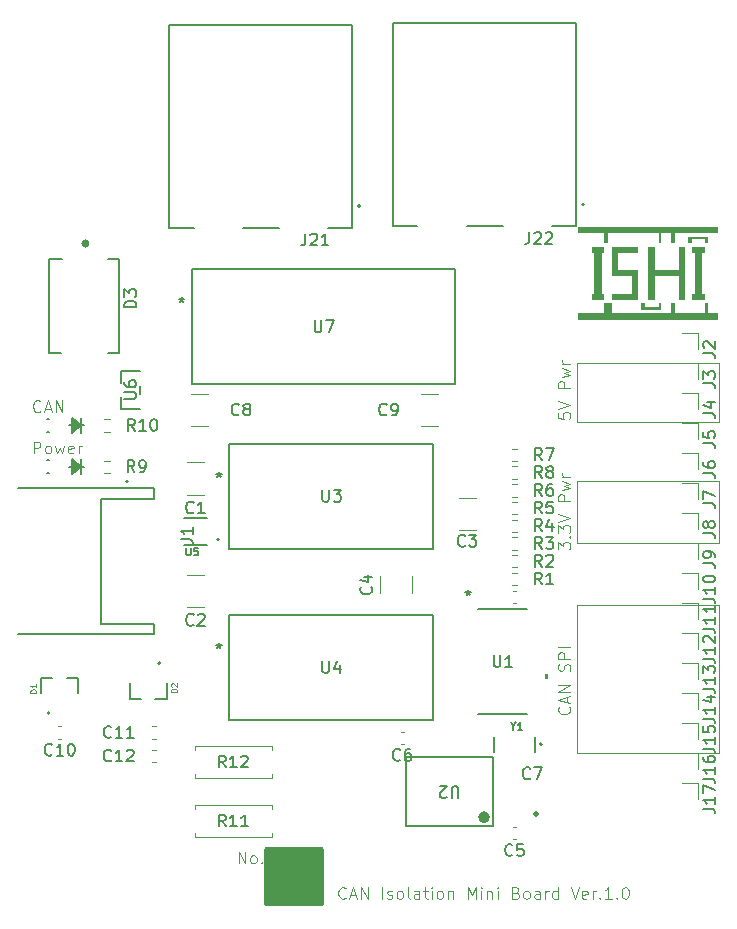
<source format=gto>
%TF.GenerationSoftware,KiCad,Pcbnew,9.0.4*%
%TF.CreationDate,2025-09-17T23:57:15+09:00*%
%TF.ProjectId,CAN_Isolation_mini,43414e5f-4973-46f6-9c61-74696f6e5f6d,Ver.1.0*%
%TF.SameCoordinates,Original*%
%TF.FileFunction,Legend,Top*%
%TF.FilePolarity,Positive*%
%FSLAX46Y46*%
G04 Gerber Fmt 4.6, Leading zero omitted, Abs format (unit mm)*
G04 Created by KiCad (PCBNEW 9.0.4) date 2025-09-17 23:57:15*
%MOMM*%
%LPD*%
G01*
G04 APERTURE LIST*
%ADD10C,0.100000*%
%ADD11C,0.150000*%
%ADD12C,0.120000*%
%ADD13C,0.200000*%
%ADD14C,0.300000*%
%ADD15C,0.500000*%
%ADD16C,0.250000*%
%ADD17C,0.000000*%
%ADD18C,0.127000*%
%ADD19C,0.152400*%
G04 APERTURE END LIST*
D10*
X136000000Y-90500000D02*
X148000000Y-90500000D01*
X148000000Y-95740000D01*
X136000000Y-95740000D01*
X136000000Y-90500000D01*
X136000000Y-101000000D02*
X148000000Y-101000000D01*
X148000000Y-113500000D01*
X136000000Y-113500000D01*
X136000000Y-101000000D01*
X136000000Y-80500000D02*
X148000000Y-80500000D01*
X148000000Y-85500000D01*
X136000000Y-85500000D01*
X136000000Y-80500000D01*
X135277180Y-109624687D02*
X135324800Y-109672306D01*
X135324800Y-109672306D02*
X135372419Y-109815163D01*
X135372419Y-109815163D02*
X135372419Y-109910401D01*
X135372419Y-109910401D02*
X135324800Y-110053258D01*
X135324800Y-110053258D02*
X135229561Y-110148496D01*
X135229561Y-110148496D02*
X135134323Y-110196115D01*
X135134323Y-110196115D02*
X134943847Y-110243734D01*
X134943847Y-110243734D02*
X134800990Y-110243734D01*
X134800990Y-110243734D02*
X134610514Y-110196115D01*
X134610514Y-110196115D02*
X134515276Y-110148496D01*
X134515276Y-110148496D02*
X134420038Y-110053258D01*
X134420038Y-110053258D02*
X134372419Y-109910401D01*
X134372419Y-109910401D02*
X134372419Y-109815163D01*
X134372419Y-109815163D02*
X134420038Y-109672306D01*
X134420038Y-109672306D02*
X134467657Y-109624687D01*
X135086704Y-109243734D02*
X135086704Y-108767544D01*
X135372419Y-109338972D02*
X134372419Y-109005639D01*
X134372419Y-109005639D02*
X135372419Y-108672306D01*
X135372419Y-108338972D02*
X134372419Y-108338972D01*
X134372419Y-108338972D02*
X135372419Y-107767544D01*
X135372419Y-107767544D02*
X134372419Y-107767544D01*
X135324800Y-106577067D02*
X135372419Y-106434210D01*
X135372419Y-106434210D02*
X135372419Y-106196115D01*
X135372419Y-106196115D02*
X135324800Y-106100877D01*
X135324800Y-106100877D02*
X135277180Y-106053258D01*
X135277180Y-106053258D02*
X135181942Y-106005639D01*
X135181942Y-106005639D02*
X135086704Y-106005639D01*
X135086704Y-106005639D02*
X134991466Y-106053258D01*
X134991466Y-106053258D02*
X134943847Y-106100877D01*
X134943847Y-106100877D02*
X134896228Y-106196115D01*
X134896228Y-106196115D02*
X134848609Y-106386591D01*
X134848609Y-106386591D02*
X134800990Y-106481829D01*
X134800990Y-106481829D02*
X134753371Y-106529448D01*
X134753371Y-106529448D02*
X134658133Y-106577067D01*
X134658133Y-106577067D02*
X134562895Y-106577067D01*
X134562895Y-106577067D02*
X134467657Y-106529448D01*
X134467657Y-106529448D02*
X134420038Y-106481829D01*
X134420038Y-106481829D02*
X134372419Y-106386591D01*
X134372419Y-106386591D02*
X134372419Y-106148496D01*
X134372419Y-106148496D02*
X134420038Y-106005639D01*
X135372419Y-105577067D02*
X134372419Y-105577067D01*
X134372419Y-105577067D02*
X134372419Y-105196115D01*
X134372419Y-105196115D02*
X134420038Y-105100877D01*
X134420038Y-105100877D02*
X134467657Y-105053258D01*
X134467657Y-105053258D02*
X134562895Y-105005639D01*
X134562895Y-105005639D02*
X134705752Y-105005639D01*
X134705752Y-105005639D02*
X134800990Y-105053258D01*
X134800990Y-105053258D02*
X134848609Y-105100877D01*
X134848609Y-105100877D02*
X134896228Y-105196115D01*
X134896228Y-105196115D02*
X134896228Y-105577067D01*
X135372419Y-104577067D02*
X134372419Y-104577067D01*
X107303884Y-122872419D02*
X107303884Y-121872419D01*
X107303884Y-121872419D02*
X107875312Y-122872419D01*
X107875312Y-122872419D02*
X107875312Y-121872419D01*
X108494360Y-122872419D02*
X108399122Y-122824800D01*
X108399122Y-122824800D02*
X108351503Y-122777180D01*
X108351503Y-122777180D02*
X108303884Y-122681942D01*
X108303884Y-122681942D02*
X108303884Y-122396228D01*
X108303884Y-122396228D02*
X108351503Y-122300990D01*
X108351503Y-122300990D02*
X108399122Y-122253371D01*
X108399122Y-122253371D02*
X108494360Y-122205752D01*
X108494360Y-122205752D02*
X108637217Y-122205752D01*
X108637217Y-122205752D02*
X108732455Y-122253371D01*
X108732455Y-122253371D02*
X108780074Y-122300990D01*
X108780074Y-122300990D02*
X108827693Y-122396228D01*
X108827693Y-122396228D02*
X108827693Y-122681942D01*
X108827693Y-122681942D02*
X108780074Y-122777180D01*
X108780074Y-122777180D02*
X108732455Y-122824800D01*
X108732455Y-122824800D02*
X108637217Y-122872419D01*
X108637217Y-122872419D02*
X108494360Y-122872419D01*
X109256265Y-122777180D02*
X109303884Y-122824800D01*
X109303884Y-122824800D02*
X109256265Y-122872419D01*
X109256265Y-122872419D02*
X109208646Y-122824800D01*
X109208646Y-122824800D02*
X109256265Y-122777180D01*
X109256265Y-122777180D02*
X109256265Y-122872419D01*
X116375312Y-125777180D02*
X116327693Y-125824800D01*
X116327693Y-125824800D02*
X116184836Y-125872419D01*
X116184836Y-125872419D02*
X116089598Y-125872419D01*
X116089598Y-125872419D02*
X115946741Y-125824800D01*
X115946741Y-125824800D02*
X115851503Y-125729561D01*
X115851503Y-125729561D02*
X115803884Y-125634323D01*
X115803884Y-125634323D02*
X115756265Y-125443847D01*
X115756265Y-125443847D02*
X115756265Y-125300990D01*
X115756265Y-125300990D02*
X115803884Y-125110514D01*
X115803884Y-125110514D02*
X115851503Y-125015276D01*
X115851503Y-125015276D02*
X115946741Y-124920038D01*
X115946741Y-124920038D02*
X116089598Y-124872419D01*
X116089598Y-124872419D02*
X116184836Y-124872419D01*
X116184836Y-124872419D02*
X116327693Y-124920038D01*
X116327693Y-124920038D02*
X116375312Y-124967657D01*
X116756265Y-125586704D02*
X117232455Y-125586704D01*
X116661027Y-125872419D02*
X116994360Y-124872419D01*
X116994360Y-124872419D02*
X117327693Y-125872419D01*
X117661027Y-125872419D02*
X117661027Y-124872419D01*
X117661027Y-124872419D02*
X118232455Y-125872419D01*
X118232455Y-125872419D02*
X118232455Y-124872419D01*
X119470551Y-125872419D02*
X119470551Y-124872419D01*
X119899122Y-125824800D02*
X119994360Y-125872419D01*
X119994360Y-125872419D02*
X120184836Y-125872419D01*
X120184836Y-125872419D02*
X120280074Y-125824800D01*
X120280074Y-125824800D02*
X120327693Y-125729561D01*
X120327693Y-125729561D02*
X120327693Y-125681942D01*
X120327693Y-125681942D02*
X120280074Y-125586704D01*
X120280074Y-125586704D02*
X120184836Y-125539085D01*
X120184836Y-125539085D02*
X120041979Y-125539085D01*
X120041979Y-125539085D02*
X119946741Y-125491466D01*
X119946741Y-125491466D02*
X119899122Y-125396228D01*
X119899122Y-125396228D02*
X119899122Y-125348609D01*
X119899122Y-125348609D02*
X119946741Y-125253371D01*
X119946741Y-125253371D02*
X120041979Y-125205752D01*
X120041979Y-125205752D02*
X120184836Y-125205752D01*
X120184836Y-125205752D02*
X120280074Y-125253371D01*
X120899122Y-125872419D02*
X120803884Y-125824800D01*
X120803884Y-125824800D02*
X120756265Y-125777180D01*
X120756265Y-125777180D02*
X120708646Y-125681942D01*
X120708646Y-125681942D02*
X120708646Y-125396228D01*
X120708646Y-125396228D02*
X120756265Y-125300990D01*
X120756265Y-125300990D02*
X120803884Y-125253371D01*
X120803884Y-125253371D02*
X120899122Y-125205752D01*
X120899122Y-125205752D02*
X121041979Y-125205752D01*
X121041979Y-125205752D02*
X121137217Y-125253371D01*
X121137217Y-125253371D02*
X121184836Y-125300990D01*
X121184836Y-125300990D02*
X121232455Y-125396228D01*
X121232455Y-125396228D02*
X121232455Y-125681942D01*
X121232455Y-125681942D02*
X121184836Y-125777180D01*
X121184836Y-125777180D02*
X121137217Y-125824800D01*
X121137217Y-125824800D02*
X121041979Y-125872419D01*
X121041979Y-125872419D02*
X120899122Y-125872419D01*
X121803884Y-125872419D02*
X121708646Y-125824800D01*
X121708646Y-125824800D02*
X121661027Y-125729561D01*
X121661027Y-125729561D02*
X121661027Y-124872419D01*
X122613408Y-125872419D02*
X122613408Y-125348609D01*
X122613408Y-125348609D02*
X122565789Y-125253371D01*
X122565789Y-125253371D02*
X122470551Y-125205752D01*
X122470551Y-125205752D02*
X122280075Y-125205752D01*
X122280075Y-125205752D02*
X122184837Y-125253371D01*
X122613408Y-125824800D02*
X122518170Y-125872419D01*
X122518170Y-125872419D02*
X122280075Y-125872419D01*
X122280075Y-125872419D02*
X122184837Y-125824800D01*
X122184837Y-125824800D02*
X122137218Y-125729561D01*
X122137218Y-125729561D02*
X122137218Y-125634323D01*
X122137218Y-125634323D02*
X122184837Y-125539085D01*
X122184837Y-125539085D02*
X122280075Y-125491466D01*
X122280075Y-125491466D02*
X122518170Y-125491466D01*
X122518170Y-125491466D02*
X122613408Y-125443847D01*
X122946742Y-125205752D02*
X123327694Y-125205752D01*
X123089599Y-124872419D02*
X123089599Y-125729561D01*
X123089599Y-125729561D02*
X123137218Y-125824800D01*
X123137218Y-125824800D02*
X123232456Y-125872419D01*
X123232456Y-125872419D02*
X123327694Y-125872419D01*
X123661028Y-125872419D02*
X123661028Y-125205752D01*
X123661028Y-124872419D02*
X123613409Y-124920038D01*
X123613409Y-124920038D02*
X123661028Y-124967657D01*
X123661028Y-124967657D02*
X123708647Y-124920038D01*
X123708647Y-124920038D02*
X123661028Y-124872419D01*
X123661028Y-124872419D02*
X123661028Y-124967657D01*
X124280075Y-125872419D02*
X124184837Y-125824800D01*
X124184837Y-125824800D02*
X124137218Y-125777180D01*
X124137218Y-125777180D02*
X124089599Y-125681942D01*
X124089599Y-125681942D02*
X124089599Y-125396228D01*
X124089599Y-125396228D02*
X124137218Y-125300990D01*
X124137218Y-125300990D02*
X124184837Y-125253371D01*
X124184837Y-125253371D02*
X124280075Y-125205752D01*
X124280075Y-125205752D02*
X124422932Y-125205752D01*
X124422932Y-125205752D02*
X124518170Y-125253371D01*
X124518170Y-125253371D02*
X124565789Y-125300990D01*
X124565789Y-125300990D02*
X124613408Y-125396228D01*
X124613408Y-125396228D02*
X124613408Y-125681942D01*
X124613408Y-125681942D02*
X124565789Y-125777180D01*
X124565789Y-125777180D02*
X124518170Y-125824800D01*
X124518170Y-125824800D02*
X124422932Y-125872419D01*
X124422932Y-125872419D02*
X124280075Y-125872419D01*
X125041980Y-125205752D02*
X125041980Y-125872419D01*
X125041980Y-125300990D02*
X125089599Y-125253371D01*
X125089599Y-125253371D02*
X125184837Y-125205752D01*
X125184837Y-125205752D02*
X125327694Y-125205752D01*
X125327694Y-125205752D02*
X125422932Y-125253371D01*
X125422932Y-125253371D02*
X125470551Y-125348609D01*
X125470551Y-125348609D02*
X125470551Y-125872419D01*
X126708647Y-125872419D02*
X126708647Y-124872419D01*
X126708647Y-124872419D02*
X127041980Y-125586704D01*
X127041980Y-125586704D02*
X127375313Y-124872419D01*
X127375313Y-124872419D02*
X127375313Y-125872419D01*
X127851504Y-125872419D02*
X127851504Y-125205752D01*
X127851504Y-124872419D02*
X127803885Y-124920038D01*
X127803885Y-124920038D02*
X127851504Y-124967657D01*
X127851504Y-124967657D02*
X127899123Y-124920038D01*
X127899123Y-124920038D02*
X127851504Y-124872419D01*
X127851504Y-124872419D02*
X127851504Y-124967657D01*
X128327694Y-125205752D02*
X128327694Y-125872419D01*
X128327694Y-125300990D02*
X128375313Y-125253371D01*
X128375313Y-125253371D02*
X128470551Y-125205752D01*
X128470551Y-125205752D02*
X128613408Y-125205752D01*
X128613408Y-125205752D02*
X128708646Y-125253371D01*
X128708646Y-125253371D02*
X128756265Y-125348609D01*
X128756265Y-125348609D02*
X128756265Y-125872419D01*
X129232456Y-125872419D02*
X129232456Y-125205752D01*
X129232456Y-124872419D02*
X129184837Y-124920038D01*
X129184837Y-124920038D02*
X129232456Y-124967657D01*
X129232456Y-124967657D02*
X129280075Y-124920038D01*
X129280075Y-124920038D02*
X129232456Y-124872419D01*
X129232456Y-124872419D02*
X129232456Y-124967657D01*
X130803884Y-125348609D02*
X130946741Y-125396228D01*
X130946741Y-125396228D02*
X130994360Y-125443847D01*
X130994360Y-125443847D02*
X131041979Y-125539085D01*
X131041979Y-125539085D02*
X131041979Y-125681942D01*
X131041979Y-125681942D02*
X130994360Y-125777180D01*
X130994360Y-125777180D02*
X130946741Y-125824800D01*
X130946741Y-125824800D02*
X130851503Y-125872419D01*
X130851503Y-125872419D02*
X130470551Y-125872419D01*
X130470551Y-125872419D02*
X130470551Y-124872419D01*
X130470551Y-124872419D02*
X130803884Y-124872419D01*
X130803884Y-124872419D02*
X130899122Y-124920038D01*
X130899122Y-124920038D02*
X130946741Y-124967657D01*
X130946741Y-124967657D02*
X130994360Y-125062895D01*
X130994360Y-125062895D02*
X130994360Y-125158133D01*
X130994360Y-125158133D02*
X130946741Y-125253371D01*
X130946741Y-125253371D02*
X130899122Y-125300990D01*
X130899122Y-125300990D02*
X130803884Y-125348609D01*
X130803884Y-125348609D02*
X130470551Y-125348609D01*
X131613408Y-125872419D02*
X131518170Y-125824800D01*
X131518170Y-125824800D02*
X131470551Y-125777180D01*
X131470551Y-125777180D02*
X131422932Y-125681942D01*
X131422932Y-125681942D02*
X131422932Y-125396228D01*
X131422932Y-125396228D02*
X131470551Y-125300990D01*
X131470551Y-125300990D02*
X131518170Y-125253371D01*
X131518170Y-125253371D02*
X131613408Y-125205752D01*
X131613408Y-125205752D02*
X131756265Y-125205752D01*
X131756265Y-125205752D02*
X131851503Y-125253371D01*
X131851503Y-125253371D02*
X131899122Y-125300990D01*
X131899122Y-125300990D02*
X131946741Y-125396228D01*
X131946741Y-125396228D02*
X131946741Y-125681942D01*
X131946741Y-125681942D02*
X131899122Y-125777180D01*
X131899122Y-125777180D02*
X131851503Y-125824800D01*
X131851503Y-125824800D02*
X131756265Y-125872419D01*
X131756265Y-125872419D02*
X131613408Y-125872419D01*
X132803884Y-125872419D02*
X132803884Y-125348609D01*
X132803884Y-125348609D02*
X132756265Y-125253371D01*
X132756265Y-125253371D02*
X132661027Y-125205752D01*
X132661027Y-125205752D02*
X132470551Y-125205752D01*
X132470551Y-125205752D02*
X132375313Y-125253371D01*
X132803884Y-125824800D02*
X132708646Y-125872419D01*
X132708646Y-125872419D02*
X132470551Y-125872419D01*
X132470551Y-125872419D02*
X132375313Y-125824800D01*
X132375313Y-125824800D02*
X132327694Y-125729561D01*
X132327694Y-125729561D02*
X132327694Y-125634323D01*
X132327694Y-125634323D02*
X132375313Y-125539085D01*
X132375313Y-125539085D02*
X132470551Y-125491466D01*
X132470551Y-125491466D02*
X132708646Y-125491466D01*
X132708646Y-125491466D02*
X132803884Y-125443847D01*
X133280075Y-125872419D02*
X133280075Y-125205752D01*
X133280075Y-125396228D02*
X133327694Y-125300990D01*
X133327694Y-125300990D02*
X133375313Y-125253371D01*
X133375313Y-125253371D02*
X133470551Y-125205752D01*
X133470551Y-125205752D02*
X133565789Y-125205752D01*
X134327694Y-125872419D02*
X134327694Y-124872419D01*
X134327694Y-125824800D02*
X134232456Y-125872419D01*
X134232456Y-125872419D02*
X134041980Y-125872419D01*
X134041980Y-125872419D02*
X133946742Y-125824800D01*
X133946742Y-125824800D02*
X133899123Y-125777180D01*
X133899123Y-125777180D02*
X133851504Y-125681942D01*
X133851504Y-125681942D02*
X133851504Y-125396228D01*
X133851504Y-125396228D02*
X133899123Y-125300990D01*
X133899123Y-125300990D02*
X133946742Y-125253371D01*
X133946742Y-125253371D02*
X134041980Y-125205752D01*
X134041980Y-125205752D02*
X134232456Y-125205752D01*
X134232456Y-125205752D02*
X134327694Y-125253371D01*
X135422933Y-124872419D02*
X135756266Y-125872419D01*
X135756266Y-125872419D02*
X136089599Y-124872419D01*
X136803885Y-125824800D02*
X136708647Y-125872419D01*
X136708647Y-125872419D02*
X136518171Y-125872419D01*
X136518171Y-125872419D02*
X136422933Y-125824800D01*
X136422933Y-125824800D02*
X136375314Y-125729561D01*
X136375314Y-125729561D02*
X136375314Y-125348609D01*
X136375314Y-125348609D02*
X136422933Y-125253371D01*
X136422933Y-125253371D02*
X136518171Y-125205752D01*
X136518171Y-125205752D02*
X136708647Y-125205752D01*
X136708647Y-125205752D02*
X136803885Y-125253371D01*
X136803885Y-125253371D02*
X136851504Y-125348609D01*
X136851504Y-125348609D02*
X136851504Y-125443847D01*
X136851504Y-125443847D02*
X136375314Y-125539085D01*
X137280076Y-125872419D02*
X137280076Y-125205752D01*
X137280076Y-125396228D02*
X137327695Y-125300990D01*
X137327695Y-125300990D02*
X137375314Y-125253371D01*
X137375314Y-125253371D02*
X137470552Y-125205752D01*
X137470552Y-125205752D02*
X137565790Y-125205752D01*
X137899124Y-125777180D02*
X137946743Y-125824800D01*
X137946743Y-125824800D02*
X137899124Y-125872419D01*
X137899124Y-125872419D02*
X137851505Y-125824800D01*
X137851505Y-125824800D02*
X137899124Y-125777180D01*
X137899124Y-125777180D02*
X137899124Y-125872419D01*
X138899123Y-125872419D02*
X138327695Y-125872419D01*
X138613409Y-125872419D02*
X138613409Y-124872419D01*
X138613409Y-124872419D02*
X138518171Y-125015276D01*
X138518171Y-125015276D02*
X138422933Y-125110514D01*
X138422933Y-125110514D02*
X138327695Y-125158133D01*
X139327695Y-125777180D02*
X139375314Y-125824800D01*
X139375314Y-125824800D02*
X139327695Y-125872419D01*
X139327695Y-125872419D02*
X139280076Y-125824800D01*
X139280076Y-125824800D02*
X139327695Y-125777180D01*
X139327695Y-125777180D02*
X139327695Y-125872419D01*
X139994361Y-124872419D02*
X140089599Y-124872419D01*
X140089599Y-124872419D02*
X140184837Y-124920038D01*
X140184837Y-124920038D02*
X140232456Y-124967657D01*
X140232456Y-124967657D02*
X140280075Y-125062895D01*
X140280075Y-125062895D02*
X140327694Y-125253371D01*
X140327694Y-125253371D02*
X140327694Y-125491466D01*
X140327694Y-125491466D02*
X140280075Y-125681942D01*
X140280075Y-125681942D02*
X140232456Y-125777180D01*
X140232456Y-125777180D02*
X140184837Y-125824800D01*
X140184837Y-125824800D02*
X140089599Y-125872419D01*
X140089599Y-125872419D02*
X139994361Y-125872419D01*
X139994361Y-125872419D02*
X139899123Y-125824800D01*
X139899123Y-125824800D02*
X139851504Y-125777180D01*
X139851504Y-125777180D02*
X139803885Y-125681942D01*
X139803885Y-125681942D02*
X139756266Y-125491466D01*
X139756266Y-125491466D02*
X139756266Y-125253371D01*
X139756266Y-125253371D02*
X139803885Y-125062895D01*
X139803885Y-125062895D02*
X139851504Y-124967657D01*
X139851504Y-124967657D02*
X139899123Y-124920038D01*
X139899123Y-124920038D02*
X139994361Y-124872419D01*
X134372419Y-96291353D02*
X134372419Y-95672306D01*
X134372419Y-95672306D02*
X134753371Y-96005639D01*
X134753371Y-96005639D02*
X134753371Y-95862782D01*
X134753371Y-95862782D02*
X134800990Y-95767544D01*
X134800990Y-95767544D02*
X134848609Y-95719925D01*
X134848609Y-95719925D02*
X134943847Y-95672306D01*
X134943847Y-95672306D02*
X135181942Y-95672306D01*
X135181942Y-95672306D02*
X135277180Y-95719925D01*
X135277180Y-95719925D02*
X135324800Y-95767544D01*
X135324800Y-95767544D02*
X135372419Y-95862782D01*
X135372419Y-95862782D02*
X135372419Y-96148496D01*
X135372419Y-96148496D02*
X135324800Y-96243734D01*
X135324800Y-96243734D02*
X135277180Y-96291353D01*
X135277180Y-95243734D02*
X135324800Y-95196115D01*
X135324800Y-95196115D02*
X135372419Y-95243734D01*
X135372419Y-95243734D02*
X135324800Y-95291353D01*
X135324800Y-95291353D02*
X135277180Y-95243734D01*
X135277180Y-95243734D02*
X135372419Y-95243734D01*
X134372419Y-94862782D02*
X134372419Y-94243735D01*
X134372419Y-94243735D02*
X134753371Y-94577068D01*
X134753371Y-94577068D02*
X134753371Y-94434211D01*
X134753371Y-94434211D02*
X134800990Y-94338973D01*
X134800990Y-94338973D02*
X134848609Y-94291354D01*
X134848609Y-94291354D02*
X134943847Y-94243735D01*
X134943847Y-94243735D02*
X135181942Y-94243735D01*
X135181942Y-94243735D02*
X135277180Y-94291354D01*
X135277180Y-94291354D02*
X135324800Y-94338973D01*
X135324800Y-94338973D02*
X135372419Y-94434211D01*
X135372419Y-94434211D02*
X135372419Y-94719925D01*
X135372419Y-94719925D02*
X135324800Y-94815163D01*
X135324800Y-94815163D02*
X135277180Y-94862782D01*
X134372419Y-93958020D02*
X135372419Y-93624687D01*
X135372419Y-93624687D02*
X134372419Y-93291354D01*
X135372419Y-92196115D02*
X134372419Y-92196115D01*
X134372419Y-92196115D02*
X134372419Y-91815163D01*
X134372419Y-91815163D02*
X134420038Y-91719925D01*
X134420038Y-91719925D02*
X134467657Y-91672306D01*
X134467657Y-91672306D02*
X134562895Y-91624687D01*
X134562895Y-91624687D02*
X134705752Y-91624687D01*
X134705752Y-91624687D02*
X134800990Y-91672306D01*
X134800990Y-91672306D02*
X134848609Y-91719925D01*
X134848609Y-91719925D02*
X134896228Y-91815163D01*
X134896228Y-91815163D02*
X134896228Y-92196115D01*
X134705752Y-91291353D02*
X135372419Y-91100877D01*
X135372419Y-91100877D02*
X134896228Y-90910401D01*
X134896228Y-90910401D02*
X135372419Y-90719925D01*
X135372419Y-90719925D02*
X134705752Y-90529449D01*
X135372419Y-90148496D02*
X134705752Y-90148496D01*
X134896228Y-90148496D02*
X134800990Y-90100877D01*
X134800990Y-90100877D02*
X134753371Y-90053258D01*
X134753371Y-90053258D02*
X134705752Y-89958020D01*
X134705752Y-89958020D02*
X134705752Y-89862782D01*
X90532407Y-84572085D02*
X90484788Y-84619705D01*
X90484788Y-84619705D02*
X90341931Y-84667324D01*
X90341931Y-84667324D02*
X90246693Y-84667324D01*
X90246693Y-84667324D02*
X90103836Y-84619705D01*
X90103836Y-84619705D02*
X90008598Y-84524466D01*
X90008598Y-84524466D02*
X89960979Y-84429228D01*
X89960979Y-84429228D02*
X89913360Y-84238752D01*
X89913360Y-84238752D02*
X89913360Y-84095895D01*
X89913360Y-84095895D02*
X89960979Y-83905419D01*
X89960979Y-83905419D02*
X90008598Y-83810181D01*
X90008598Y-83810181D02*
X90103836Y-83714943D01*
X90103836Y-83714943D02*
X90246693Y-83667324D01*
X90246693Y-83667324D02*
X90341931Y-83667324D01*
X90341931Y-83667324D02*
X90484788Y-83714943D01*
X90484788Y-83714943D02*
X90532407Y-83762562D01*
X90913360Y-84381609D02*
X91389550Y-84381609D01*
X90818122Y-84667324D02*
X91151455Y-83667324D01*
X91151455Y-83667324D02*
X91484788Y-84667324D01*
X91818122Y-84667324D02*
X91818122Y-83667324D01*
X91818122Y-83667324D02*
X92389550Y-84667324D01*
X92389550Y-84667324D02*
X92389550Y-83667324D01*
X89960979Y-88167324D02*
X89960979Y-87167324D01*
X89960979Y-87167324D02*
X90341931Y-87167324D01*
X90341931Y-87167324D02*
X90437169Y-87214943D01*
X90437169Y-87214943D02*
X90484788Y-87262562D01*
X90484788Y-87262562D02*
X90532407Y-87357800D01*
X90532407Y-87357800D02*
X90532407Y-87500657D01*
X90532407Y-87500657D02*
X90484788Y-87595895D01*
X90484788Y-87595895D02*
X90437169Y-87643514D01*
X90437169Y-87643514D02*
X90341931Y-87691133D01*
X90341931Y-87691133D02*
X89960979Y-87691133D01*
X91103836Y-88167324D02*
X91008598Y-88119705D01*
X91008598Y-88119705D02*
X90960979Y-88072085D01*
X90960979Y-88072085D02*
X90913360Y-87976847D01*
X90913360Y-87976847D02*
X90913360Y-87691133D01*
X90913360Y-87691133D02*
X90960979Y-87595895D01*
X90960979Y-87595895D02*
X91008598Y-87548276D01*
X91008598Y-87548276D02*
X91103836Y-87500657D01*
X91103836Y-87500657D02*
X91246693Y-87500657D01*
X91246693Y-87500657D02*
X91341931Y-87548276D01*
X91341931Y-87548276D02*
X91389550Y-87595895D01*
X91389550Y-87595895D02*
X91437169Y-87691133D01*
X91437169Y-87691133D02*
X91437169Y-87976847D01*
X91437169Y-87976847D02*
X91389550Y-88072085D01*
X91389550Y-88072085D02*
X91341931Y-88119705D01*
X91341931Y-88119705D02*
X91246693Y-88167324D01*
X91246693Y-88167324D02*
X91103836Y-88167324D01*
X91770503Y-87500657D02*
X91960979Y-88167324D01*
X91960979Y-88167324D02*
X92151455Y-87691133D01*
X92151455Y-87691133D02*
X92341931Y-88167324D01*
X92341931Y-88167324D02*
X92532407Y-87500657D01*
X93294312Y-88119705D02*
X93199074Y-88167324D01*
X93199074Y-88167324D02*
X93008598Y-88167324D01*
X93008598Y-88167324D02*
X92913360Y-88119705D01*
X92913360Y-88119705D02*
X92865741Y-88024466D01*
X92865741Y-88024466D02*
X92865741Y-87643514D01*
X92865741Y-87643514D02*
X92913360Y-87548276D01*
X92913360Y-87548276D02*
X93008598Y-87500657D01*
X93008598Y-87500657D02*
X93199074Y-87500657D01*
X93199074Y-87500657D02*
X93294312Y-87548276D01*
X93294312Y-87548276D02*
X93341931Y-87643514D01*
X93341931Y-87643514D02*
X93341931Y-87738752D01*
X93341931Y-87738752D02*
X92865741Y-87833990D01*
X93770503Y-88167324D02*
X93770503Y-87500657D01*
X93770503Y-87691133D02*
X93818122Y-87595895D01*
X93818122Y-87595895D02*
X93865741Y-87548276D01*
X93865741Y-87548276D02*
X93960979Y-87500657D01*
X93960979Y-87500657D02*
X94056217Y-87500657D01*
X134372419Y-84719925D02*
X134372419Y-85196115D01*
X134372419Y-85196115D02*
X134848609Y-85243734D01*
X134848609Y-85243734D02*
X134800990Y-85196115D01*
X134800990Y-85196115D02*
X134753371Y-85100877D01*
X134753371Y-85100877D02*
X134753371Y-84862782D01*
X134753371Y-84862782D02*
X134800990Y-84767544D01*
X134800990Y-84767544D02*
X134848609Y-84719925D01*
X134848609Y-84719925D02*
X134943847Y-84672306D01*
X134943847Y-84672306D02*
X135181942Y-84672306D01*
X135181942Y-84672306D02*
X135277180Y-84719925D01*
X135277180Y-84719925D02*
X135324800Y-84767544D01*
X135324800Y-84767544D02*
X135372419Y-84862782D01*
X135372419Y-84862782D02*
X135372419Y-85100877D01*
X135372419Y-85100877D02*
X135324800Y-85196115D01*
X135324800Y-85196115D02*
X135277180Y-85243734D01*
X134372419Y-84386591D02*
X135372419Y-84053258D01*
X135372419Y-84053258D02*
X134372419Y-83719925D01*
X135372419Y-82624686D02*
X134372419Y-82624686D01*
X134372419Y-82624686D02*
X134372419Y-82243734D01*
X134372419Y-82243734D02*
X134420038Y-82148496D01*
X134420038Y-82148496D02*
X134467657Y-82100877D01*
X134467657Y-82100877D02*
X134562895Y-82053258D01*
X134562895Y-82053258D02*
X134705752Y-82053258D01*
X134705752Y-82053258D02*
X134800990Y-82100877D01*
X134800990Y-82100877D02*
X134848609Y-82148496D01*
X134848609Y-82148496D02*
X134896228Y-82243734D01*
X134896228Y-82243734D02*
X134896228Y-82624686D01*
X134705752Y-81719924D02*
X135372419Y-81529448D01*
X135372419Y-81529448D02*
X134896228Y-81338972D01*
X134896228Y-81338972D02*
X135372419Y-81148496D01*
X135372419Y-81148496D02*
X134705752Y-80958020D01*
X135372419Y-80577067D02*
X134705752Y-80577067D01*
X134896228Y-80577067D02*
X134800990Y-80529448D01*
X134800990Y-80529448D02*
X134753371Y-80481829D01*
X134753371Y-80481829D02*
X134705752Y-80386591D01*
X134705752Y-80386591D02*
X134705752Y-80291353D01*
D11*
X98637974Y-75805477D02*
X97634754Y-75805477D01*
X97634754Y-75805477D02*
X97634754Y-75566615D01*
X97634754Y-75566615D02*
X97682526Y-75423298D01*
X97682526Y-75423298D02*
X97778071Y-75327753D01*
X97778071Y-75327753D02*
X97873616Y-75279980D01*
X97873616Y-75279980D02*
X98064705Y-75232208D01*
X98064705Y-75232208D02*
X98208022Y-75232208D01*
X98208022Y-75232208D02*
X98399112Y-75279980D01*
X98399112Y-75279980D02*
X98494657Y-75327753D01*
X98494657Y-75327753D02*
X98590202Y-75423298D01*
X98590202Y-75423298D02*
X98637974Y-75566615D01*
X98637974Y-75566615D02*
X98637974Y-75805477D01*
X97634754Y-74897801D02*
X97634754Y-74276760D01*
X97634754Y-74276760D02*
X98016933Y-74611167D01*
X98016933Y-74611167D02*
X98016933Y-74467850D01*
X98016933Y-74467850D02*
X98064705Y-74372305D01*
X98064705Y-74372305D02*
X98112478Y-74324533D01*
X98112478Y-74324533D02*
X98208022Y-74276760D01*
X98208022Y-74276760D02*
X98446884Y-74276760D01*
X98446884Y-74276760D02*
X98542429Y-74324533D01*
X98542429Y-74324533D02*
X98590202Y-74372305D01*
X98590202Y-74372305D02*
X98637974Y-74467850D01*
X98637974Y-74467850D02*
X98637974Y-74754484D01*
X98637974Y-74754484D02*
X98590202Y-74850029D01*
X98590202Y-74850029D02*
X98542429Y-74897801D01*
X131990428Y-115654485D02*
X131942809Y-115702105D01*
X131942809Y-115702105D02*
X131799952Y-115749724D01*
X131799952Y-115749724D02*
X131704714Y-115749724D01*
X131704714Y-115749724D02*
X131561857Y-115702105D01*
X131561857Y-115702105D02*
X131466619Y-115606866D01*
X131466619Y-115606866D02*
X131419000Y-115511628D01*
X131419000Y-115511628D02*
X131371381Y-115321152D01*
X131371381Y-115321152D02*
X131371381Y-115178295D01*
X131371381Y-115178295D02*
X131419000Y-114987819D01*
X131419000Y-114987819D02*
X131466619Y-114892581D01*
X131466619Y-114892581D02*
X131561857Y-114797343D01*
X131561857Y-114797343D02*
X131704714Y-114749724D01*
X131704714Y-114749724D02*
X131799952Y-114749724D01*
X131799952Y-114749724D02*
X131942809Y-114797343D01*
X131942809Y-114797343D02*
X131990428Y-114844962D01*
X132323762Y-114749724D02*
X132990428Y-114749724D01*
X132990428Y-114749724D02*
X132561857Y-115749724D01*
X98490428Y-89749724D02*
X98157095Y-89273533D01*
X97919000Y-89749724D02*
X97919000Y-88749724D01*
X97919000Y-88749724D02*
X98299952Y-88749724D01*
X98299952Y-88749724D02*
X98395190Y-88797343D01*
X98395190Y-88797343D02*
X98442809Y-88844962D01*
X98442809Y-88844962D02*
X98490428Y-88940200D01*
X98490428Y-88940200D02*
X98490428Y-89083057D01*
X98490428Y-89083057D02*
X98442809Y-89178295D01*
X98442809Y-89178295D02*
X98395190Y-89225914D01*
X98395190Y-89225914D02*
X98299952Y-89273533D01*
X98299952Y-89273533D02*
X97919000Y-89273533D01*
X98966619Y-89749724D02*
X99157095Y-89749724D01*
X99157095Y-89749724D02*
X99252333Y-89702105D01*
X99252333Y-89702105D02*
X99299952Y-89654485D01*
X99299952Y-89654485D02*
X99395190Y-89511628D01*
X99395190Y-89511628D02*
X99442809Y-89321152D01*
X99442809Y-89321152D02*
X99442809Y-88940200D01*
X99442809Y-88940200D02*
X99395190Y-88844962D01*
X99395190Y-88844962D02*
X99347571Y-88797343D01*
X99347571Y-88797343D02*
X99252333Y-88749724D01*
X99252333Y-88749724D02*
X99061857Y-88749724D01*
X99061857Y-88749724D02*
X98966619Y-88797343D01*
X98966619Y-88797343D02*
X98919000Y-88844962D01*
X98919000Y-88844962D02*
X98871381Y-88940200D01*
X98871381Y-88940200D02*
X98871381Y-89178295D01*
X98871381Y-89178295D02*
X98919000Y-89273533D01*
X98919000Y-89273533D02*
X98966619Y-89321152D01*
X98966619Y-89321152D02*
X99061857Y-89368771D01*
X99061857Y-89368771D02*
X99252333Y-89368771D01*
X99252333Y-89368771D02*
X99347571Y-89321152D01*
X99347571Y-89321152D02*
X99395190Y-89273533D01*
X99395190Y-89273533D02*
X99442809Y-89178295D01*
X125918999Y-117340085D02*
X125918999Y-116530562D01*
X125918999Y-116530562D02*
X125871380Y-116435324D01*
X125871380Y-116435324D02*
X125823761Y-116387705D01*
X125823761Y-116387705D02*
X125728523Y-116340085D01*
X125728523Y-116340085D02*
X125538047Y-116340085D01*
X125538047Y-116340085D02*
X125442809Y-116387705D01*
X125442809Y-116387705D02*
X125395190Y-116435324D01*
X125395190Y-116435324D02*
X125347571Y-116530562D01*
X125347571Y-116530562D02*
X125347571Y-117340085D01*
X124918999Y-117244847D02*
X124871380Y-117292466D01*
X124871380Y-117292466D02*
X124776142Y-117340085D01*
X124776142Y-117340085D02*
X124538047Y-117340085D01*
X124538047Y-117340085D02*
X124442809Y-117292466D01*
X124442809Y-117292466D02*
X124395190Y-117244847D01*
X124395190Y-117244847D02*
X124347571Y-117149609D01*
X124347571Y-117149609D02*
X124347571Y-117054371D01*
X124347571Y-117054371D02*
X124395190Y-116911514D01*
X124395190Y-116911514D02*
X124966618Y-116340085D01*
X124966618Y-116340085D02*
X124347571Y-116340085D01*
X146644819Y-89833333D02*
X147359104Y-89833333D01*
X147359104Y-89833333D02*
X147501961Y-89880952D01*
X147501961Y-89880952D02*
X147597200Y-89976190D01*
X147597200Y-89976190D02*
X147644819Y-90119047D01*
X147644819Y-90119047D02*
X147644819Y-90214285D01*
X146644819Y-88928571D02*
X146644819Y-89119047D01*
X146644819Y-89119047D02*
X146692438Y-89214285D01*
X146692438Y-89214285D02*
X146740057Y-89261904D01*
X146740057Y-89261904D02*
X146882914Y-89357142D01*
X146882914Y-89357142D02*
X147073390Y-89404761D01*
X147073390Y-89404761D02*
X147454342Y-89404761D01*
X147454342Y-89404761D02*
X147549580Y-89357142D01*
X147549580Y-89357142D02*
X147597200Y-89309523D01*
X147597200Y-89309523D02*
X147644819Y-89214285D01*
X147644819Y-89214285D02*
X147644819Y-89023809D01*
X147644819Y-89023809D02*
X147597200Y-88928571D01*
X147597200Y-88928571D02*
X147549580Y-88880952D01*
X147549580Y-88880952D02*
X147454342Y-88833333D01*
X147454342Y-88833333D02*
X147216247Y-88833333D01*
X147216247Y-88833333D02*
X147121009Y-88880952D01*
X147121009Y-88880952D02*
X147073390Y-88928571D01*
X147073390Y-88928571D02*
X147025771Y-89023809D01*
X147025771Y-89023809D02*
X147025771Y-89214285D01*
X147025771Y-89214285D02*
X147073390Y-89309523D01*
X147073390Y-89309523D02*
X147121009Y-89357142D01*
X147121009Y-89357142D02*
X147216247Y-89404761D01*
X146644819Y-82213333D02*
X147359104Y-82213333D01*
X147359104Y-82213333D02*
X147501961Y-82260952D01*
X147501961Y-82260952D02*
X147597200Y-82356190D01*
X147597200Y-82356190D02*
X147644819Y-82499047D01*
X147644819Y-82499047D02*
X147644819Y-82594285D01*
X146644819Y-81832380D02*
X146644819Y-81213333D01*
X146644819Y-81213333D02*
X147025771Y-81546666D01*
X147025771Y-81546666D02*
X147025771Y-81403809D01*
X147025771Y-81403809D02*
X147073390Y-81308571D01*
X147073390Y-81308571D02*
X147121009Y-81260952D01*
X147121009Y-81260952D02*
X147216247Y-81213333D01*
X147216247Y-81213333D02*
X147454342Y-81213333D01*
X147454342Y-81213333D02*
X147549580Y-81260952D01*
X147549580Y-81260952D02*
X147597200Y-81308571D01*
X147597200Y-81308571D02*
X147644819Y-81403809D01*
X147644819Y-81403809D02*
X147644819Y-81689523D01*
X147644819Y-81689523D02*
X147597200Y-81784761D01*
X147597200Y-81784761D02*
X147549580Y-81832380D01*
X102406914Y-95433238D02*
X103121199Y-95433238D01*
X103121199Y-95433238D02*
X103264056Y-95480857D01*
X103264056Y-95480857D02*
X103359295Y-95576095D01*
X103359295Y-95576095D02*
X103406914Y-95718952D01*
X103406914Y-95718952D02*
X103406914Y-95814190D01*
X103406914Y-94433238D02*
X103406914Y-95004666D01*
X103406914Y-94718952D02*
X102406914Y-94718952D01*
X102406914Y-94718952D02*
X102549771Y-94814190D01*
X102549771Y-94814190D02*
X102645009Y-94909428D01*
X102645009Y-94909428D02*
X102692628Y-95004666D01*
X91514237Y-113654485D02*
X91466618Y-113702105D01*
X91466618Y-113702105D02*
X91323761Y-113749724D01*
X91323761Y-113749724D02*
X91228523Y-113749724D01*
X91228523Y-113749724D02*
X91085666Y-113702105D01*
X91085666Y-113702105D02*
X90990428Y-113606866D01*
X90990428Y-113606866D02*
X90942809Y-113511628D01*
X90942809Y-113511628D02*
X90895190Y-113321152D01*
X90895190Y-113321152D02*
X90895190Y-113178295D01*
X90895190Y-113178295D02*
X90942809Y-112987819D01*
X90942809Y-112987819D02*
X90990428Y-112892581D01*
X90990428Y-112892581D02*
X91085666Y-112797343D01*
X91085666Y-112797343D02*
X91228523Y-112749724D01*
X91228523Y-112749724D02*
X91323761Y-112749724D01*
X91323761Y-112749724D02*
X91466618Y-112797343D01*
X91466618Y-112797343D02*
X91514237Y-112844962D01*
X92466618Y-113749724D02*
X91895190Y-113749724D01*
X92180904Y-113749724D02*
X92180904Y-112749724D01*
X92180904Y-112749724D02*
X92085666Y-112892581D01*
X92085666Y-112892581D02*
X91990428Y-112987819D01*
X91990428Y-112987819D02*
X91895190Y-113035438D01*
X93085666Y-112749724D02*
X93180904Y-112749724D01*
X93180904Y-112749724D02*
X93276142Y-112797343D01*
X93276142Y-112797343D02*
X93323761Y-112844962D01*
X93323761Y-112844962D02*
X93371380Y-112940200D01*
X93371380Y-112940200D02*
X93418999Y-113130676D01*
X93418999Y-113130676D02*
X93418999Y-113368771D01*
X93418999Y-113368771D02*
X93371380Y-113559247D01*
X93371380Y-113559247D02*
X93323761Y-113654485D01*
X93323761Y-113654485D02*
X93276142Y-113702105D01*
X93276142Y-113702105D02*
X93180904Y-113749724D01*
X93180904Y-113749724D02*
X93085666Y-113749724D01*
X93085666Y-113749724D02*
X92990428Y-113702105D01*
X92990428Y-113702105D02*
X92942809Y-113654485D01*
X92942809Y-113654485D02*
X92895190Y-113559247D01*
X92895190Y-113559247D02*
X92847571Y-113368771D01*
X92847571Y-113368771D02*
X92847571Y-113130676D01*
X92847571Y-113130676D02*
X92895190Y-112940200D01*
X92895190Y-112940200D02*
X92942809Y-112844962D01*
X92942809Y-112844962D02*
X92990428Y-112797343D01*
X92990428Y-112797343D02*
X93085666Y-112749724D01*
X146644819Y-94913333D02*
X147359104Y-94913333D01*
X147359104Y-94913333D02*
X147501961Y-94960952D01*
X147501961Y-94960952D02*
X147597200Y-95056190D01*
X147597200Y-95056190D02*
X147644819Y-95199047D01*
X147644819Y-95199047D02*
X147644819Y-95294285D01*
X147073390Y-94294285D02*
X147025771Y-94389523D01*
X147025771Y-94389523D02*
X146978152Y-94437142D01*
X146978152Y-94437142D02*
X146882914Y-94484761D01*
X146882914Y-94484761D02*
X146835295Y-94484761D01*
X146835295Y-94484761D02*
X146740057Y-94437142D01*
X146740057Y-94437142D02*
X146692438Y-94389523D01*
X146692438Y-94389523D02*
X146644819Y-94294285D01*
X146644819Y-94294285D02*
X146644819Y-94103809D01*
X146644819Y-94103809D02*
X146692438Y-94008571D01*
X146692438Y-94008571D02*
X146740057Y-93960952D01*
X146740057Y-93960952D02*
X146835295Y-93913333D01*
X146835295Y-93913333D02*
X146882914Y-93913333D01*
X146882914Y-93913333D02*
X146978152Y-93960952D01*
X146978152Y-93960952D02*
X147025771Y-94008571D01*
X147025771Y-94008571D02*
X147073390Y-94103809D01*
X147073390Y-94103809D02*
X147073390Y-94294285D01*
X147073390Y-94294285D02*
X147121009Y-94389523D01*
X147121009Y-94389523D02*
X147168628Y-94437142D01*
X147168628Y-94437142D02*
X147263866Y-94484761D01*
X147263866Y-94484761D02*
X147454342Y-94484761D01*
X147454342Y-94484761D02*
X147549580Y-94437142D01*
X147549580Y-94437142D02*
X147597200Y-94389523D01*
X147597200Y-94389523D02*
X147644819Y-94294285D01*
X147644819Y-94294285D02*
X147644819Y-94103809D01*
X147644819Y-94103809D02*
X147597200Y-94008571D01*
X147597200Y-94008571D02*
X147549580Y-93960952D01*
X147549580Y-93960952D02*
X147454342Y-93913333D01*
X147454342Y-93913333D02*
X147263866Y-93913333D01*
X147263866Y-93913333D02*
X147168628Y-93960952D01*
X147168628Y-93960952D02*
X147121009Y-94008571D01*
X147121009Y-94008571D02*
X147073390Y-94103809D01*
X146644819Y-103009523D02*
X147359104Y-103009523D01*
X147359104Y-103009523D02*
X147501961Y-103057142D01*
X147501961Y-103057142D02*
X147597200Y-103152380D01*
X147597200Y-103152380D02*
X147644819Y-103295237D01*
X147644819Y-103295237D02*
X147644819Y-103390475D01*
X147644819Y-102009523D02*
X147644819Y-102580951D01*
X147644819Y-102295237D02*
X146644819Y-102295237D01*
X146644819Y-102295237D02*
X146787676Y-102390475D01*
X146787676Y-102390475D02*
X146882914Y-102485713D01*
X146882914Y-102485713D02*
X146930533Y-102580951D01*
X147644819Y-101057142D02*
X147644819Y-101628570D01*
X147644819Y-101342856D02*
X146644819Y-101342856D01*
X146644819Y-101342856D02*
X146787676Y-101438094D01*
X146787676Y-101438094D02*
X146882914Y-101533332D01*
X146882914Y-101533332D02*
X146930533Y-101628570D01*
X146644819Y-118249523D02*
X147359104Y-118249523D01*
X147359104Y-118249523D02*
X147501961Y-118297142D01*
X147501961Y-118297142D02*
X147597200Y-118392380D01*
X147597200Y-118392380D02*
X147644819Y-118535237D01*
X147644819Y-118535237D02*
X147644819Y-118630475D01*
X147644819Y-117249523D02*
X147644819Y-117820951D01*
X147644819Y-117535237D02*
X146644819Y-117535237D01*
X146644819Y-117535237D02*
X146787676Y-117630475D01*
X146787676Y-117630475D02*
X146882914Y-117725713D01*
X146882914Y-117725713D02*
X146930533Y-117820951D01*
X146644819Y-116916189D02*
X146644819Y-116249523D01*
X146644819Y-116249523D02*
X147644819Y-116678094D01*
X102877475Y-96156581D02*
X102877475Y-96674676D01*
X102877475Y-96674676D02*
X102907952Y-96735628D01*
X102907952Y-96735628D02*
X102938428Y-96766105D01*
X102938428Y-96766105D02*
X102999380Y-96796581D01*
X102999380Y-96796581D02*
X103121285Y-96796581D01*
X103121285Y-96796581D02*
X103182237Y-96766105D01*
X103182237Y-96766105D02*
X103212714Y-96735628D01*
X103212714Y-96735628D02*
X103243190Y-96674676D01*
X103243190Y-96674676D02*
X103243190Y-96156581D01*
X103852713Y-96156581D02*
X103547951Y-96156581D01*
X103547951Y-96156581D02*
X103517475Y-96461343D01*
X103517475Y-96461343D02*
X103547951Y-96430866D01*
X103547951Y-96430866D02*
X103608904Y-96400390D01*
X103608904Y-96400390D02*
X103761285Y-96400390D01*
X103761285Y-96400390D02*
X103822237Y-96430866D01*
X103822237Y-96430866D02*
X103852713Y-96461343D01*
X103852713Y-96461343D02*
X103883190Y-96522295D01*
X103883190Y-96522295D02*
X103883190Y-96674676D01*
X103883190Y-96674676D02*
X103852713Y-96735628D01*
X103852713Y-96735628D02*
X103822237Y-96766105D01*
X103822237Y-96766105D02*
X103761285Y-96796581D01*
X103761285Y-96796581D02*
X103608904Y-96796581D01*
X103608904Y-96796581D02*
X103547951Y-96766105D01*
X103547951Y-96766105D02*
X103517475Y-96735628D01*
X146644819Y-113169523D02*
X147359104Y-113169523D01*
X147359104Y-113169523D02*
X147501961Y-113217142D01*
X147501961Y-113217142D02*
X147597200Y-113312380D01*
X147597200Y-113312380D02*
X147644819Y-113455237D01*
X147644819Y-113455237D02*
X147644819Y-113550475D01*
X147644819Y-112169523D02*
X147644819Y-112740951D01*
X147644819Y-112455237D02*
X146644819Y-112455237D01*
X146644819Y-112455237D02*
X146787676Y-112550475D01*
X146787676Y-112550475D02*
X146882914Y-112645713D01*
X146882914Y-112645713D02*
X146930533Y-112740951D01*
X146644819Y-111264761D02*
X146644819Y-111740951D01*
X146644819Y-111740951D02*
X147121009Y-111788570D01*
X147121009Y-111788570D02*
X147073390Y-111740951D01*
X147073390Y-111740951D02*
X147025771Y-111645713D01*
X147025771Y-111645713D02*
X147025771Y-111407618D01*
X147025771Y-111407618D02*
X147073390Y-111312380D01*
X147073390Y-111312380D02*
X147121009Y-111264761D01*
X147121009Y-111264761D02*
X147216247Y-111217142D01*
X147216247Y-111217142D02*
X147454342Y-111217142D01*
X147454342Y-111217142D02*
X147549580Y-111264761D01*
X147549580Y-111264761D02*
X147597200Y-111312380D01*
X147597200Y-111312380D02*
X147644819Y-111407618D01*
X147644819Y-111407618D02*
X147644819Y-111645713D01*
X147644819Y-111645713D02*
X147597200Y-111740951D01*
X147597200Y-111740951D02*
X147549580Y-111788570D01*
X146644819Y-108089523D02*
X147359104Y-108089523D01*
X147359104Y-108089523D02*
X147501961Y-108137142D01*
X147501961Y-108137142D02*
X147597200Y-108232380D01*
X147597200Y-108232380D02*
X147644819Y-108375237D01*
X147644819Y-108375237D02*
X147644819Y-108470475D01*
X147644819Y-107089523D02*
X147644819Y-107660951D01*
X147644819Y-107375237D02*
X146644819Y-107375237D01*
X146644819Y-107375237D02*
X146787676Y-107470475D01*
X146787676Y-107470475D02*
X146882914Y-107565713D01*
X146882914Y-107565713D02*
X146930533Y-107660951D01*
X146644819Y-106756189D02*
X146644819Y-106137142D01*
X146644819Y-106137142D02*
X147025771Y-106470475D01*
X147025771Y-106470475D02*
X147025771Y-106327618D01*
X147025771Y-106327618D02*
X147073390Y-106232380D01*
X147073390Y-106232380D02*
X147121009Y-106184761D01*
X147121009Y-106184761D02*
X147216247Y-106137142D01*
X147216247Y-106137142D02*
X147454342Y-106137142D01*
X147454342Y-106137142D02*
X147549580Y-106184761D01*
X147549580Y-106184761D02*
X147597200Y-106232380D01*
X147597200Y-106232380D02*
X147644819Y-106327618D01*
X147644819Y-106327618D02*
X147644819Y-106613332D01*
X147644819Y-106613332D02*
X147597200Y-106708570D01*
X147597200Y-106708570D02*
X147549580Y-106756189D01*
X103490428Y-102654485D02*
X103442809Y-102702105D01*
X103442809Y-102702105D02*
X103299952Y-102749724D01*
X103299952Y-102749724D02*
X103204714Y-102749724D01*
X103204714Y-102749724D02*
X103061857Y-102702105D01*
X103061857Y-102702105D02*
X102966619Y-102606866D01*
X102966619Y-102606866D02*
X102919000Y-102511628D01*
X102919000Y-102511628D02*
X102871381Y-102321152D01*
X102871381Y-102321152D02*
X102871381Y-102178295D01*
X102871381Y-102178295D02*
X102919000Y-101987819D01*
X102919000Y-101987819D02*
X102966619Y-101892581D01*
X102966619Y-101892581D02*
X103061857Y-101797343D01*
X103061857Y-101797343D02*
X103204714Y-101749724D01*
X103204714Y-101749724D02*
X103299952Y-101749724D01*
X103299952Y-101749724D02*
X103442809Y-101797343D01*
X103442809Y-101797343D02*
X103490428Y-101844962D01*
X103871381Y-101844962D02*
X103919000Y-101797343D01*
X103919000Y-101797343D02*
X104014238Y-101749724D01*
X104014238Y-101749724D02*
X104252333Y-101749724D01*
X104252333Y-101749724D02*
X104347571Y-101797343D01*
X104347571Y-101797343D02*
X104395190Y-101844962D01*
X104395190Y-101844962D02*
X104442809Y-101940200D01*
X104442809Y-101940200D02*
X104442809Y-102035438D01*
X104442809Y-102035438D02*
X104395190Y-102178295D01*
X104395190Y-102178295D02*
X103823762Y-102749724D01*
X103823762Y-102749724D02*
X104442809Y-102749724D01*
X106204237Y-114749724D02*
X105870904Y-114273533D01*
X105632809Y-114749724D02*
X105632809Y-113749724D01*
X105632809Y-113749724D02*
X106013761Y-113749724D01*
X106013761Y-113749724D02*
X106108999Y-113797343D01*
X106108999Y-113797343D02*
X106156618Y-113844962D01*
X106156618Y-113844962D02*
X106204237Y-113940200D01*
X106204237Y-113940200D02*
X106204237Y-114083057D01*
X106204237Y-114083057D02*
X106156618Y-114178295D01*
X106156618Y-114178295D02*
X106108999Y-114225914D01*
X106108999Y-114225914D02*
X106013761Y-114273533D01*
X106013761Y-114273533D02*
X105632809Y-114273533D01*
X107156618Y-114749724D02*
X106585190Y-114749724D01*
X106870904Y-114749724D02*
X106870904Y-113749724D01*
X106870904Y-113749724D02*
X106775666Y-113892581D01*
X106775666Y-113892581D02*
X106680428Y-113987819D01*
X106680428Y-113987819D02*
X106585190Y-114035438D01*
X107537571Y-113844962D02*
X107585190Y-113797343D01*
X107585190Y-113797343D02*
X107680428Y-113749724D01*
X107680428Y-113749724D02*
X107918523Y-113749724D01*
X107918523Y-113749724D02*
X108013761Y-113797343D01*
X108013761Y-113797343D02*
X108061380Y-113844962D01*
X108061380Y-113844962D02*
X108108999Y-113940200D01*
X108108999Y-113940200D02*
X108108999Y-114035438D01*
X108108999Y-114035438D02*
X108061380Y-114178295D01*
X108061380Y-114178295D02*
X107489952Y-114749724D01*
X107489952Y-114749724D02*
X108108999Y-114749724D01*
X130490428Y-122154485D02*
X130442809Y-122202105D01*
X130442809Y-122202105D02*
X130299952Y-122249724D01*
X130299952Y-122249724D02*
X130204714Y-122249724D01*
X130204714Y-122249724D02*
X130061857Y-122202105D01*
X130061857Y-122202105D02*
X129966619Y-122106866D01*
X129966619Y-122106866D02*
X129919000Y-122011628D01*
X129919000Y-122011628D02*
X129871381Y-121821152D01*
X129871381Y-121821152D02*
X129871381Y-121678295D01*
X129871381Y-121678295D02*
X129919000Y-121487819D01*
X129919000Y-121487819D02*
X129966619Y-121392581D01*
X129966619Y-121392581D02*
X130061857Y-121297343D01*
X130061857Y-121297343D02*
X130204714Y-121249724D01*
X130204714Y-121249724D02*
X130299952Y-121249724D01*
X130299952Y-121249724D02*
X130442809Y-121297343D01*
X130442809Y-121297343D02*
X130490428Y-121344962D01*
X131395190Y-121249724D02*
X130919000Y-121249724D01*
X130919000Y-121249724D02*
X130871381Y-121725914D01*
X130871381Y-121725914D02*
X130919000Y-121678295D01*
X130919000Y-121678295D02*
X131014238Y-121630676D01*
X131014238Y-121630676D02*
X131252333Y-121630676D01*
X131252333Y-121630676D02*
X131347571Y-121678295D01*
X131347571Y-121678295D02*
X131395190Y-121725914D01*
X131395190Y-121725914D02*
X131442809Y-121821152D01*
X131442809Y-121821152D02*
X131442809Y-122059247D01*
X131442809Y-122059247D02*
X131395190Y-122154485D01*
X131395190Y-122154485D02*
X131347571Y-122202105D01*
X131347571Y-122202105D02*
X131252333Y-122249724D01*
X131252333Y-122249724D02*
X131014238Y-122249724D01*
X131014238Y-122249724D02*
X130919000Y-122202105D01*
X130919000Y-122202105D02*
X130871381Y-122154485D01*
X112966476Y-69553819D02*
X112966476Y-70268104D01*
X112966476Y-70268104D02*
X112918857Y-70410961D01*
X112918857Y-70410961D02*
X112823619Y-70506200D01*
X112823619Y-70506200D02*
X112680762Y-70553819D01*
X112680762Y-70553819D02*
X112585524Y-70553819D01*
X113395048Y-69649057D02*
X113442667Y-69601438D01*
X113442667Y-69601438D02*
X113537905Y-69553819D01*
X113537905Y-69553819D02*
X113776000Y-69553819D01*
X113776000Y-69553819D02*
X113871238Y-69601438D01*
X113871238Y-69601438D02*
X113918857Y-69649057D01*
X113918857Y-69649057D02*
X113966476Y-69744295D01*
X113966476Y-69744295D02*
X113966476Y-69839533D01*
X113966476Y-69839533D02*
X113918857Y-69982390D01*
X113918857Y-69982390D02*
X113347429Y-70553819D01*
X113347429Y-70553819D02*
X113966476Y-70553819D01*
X114918857Y-70553819D02*
X114347429Y-70553819D01*
X114633143Y-70553819D02*
X114633143Y-69553819D01*
X114633143Y-69553819D02*
X114537905Y-69696676D01*
X114537905Y-69696676D02*
X114442667Y-69791914D01*
X114442667Y-69791914D02*
X114347429Y-69839533D01*
X97611914Y-83556809D02*
X98421437Y-83556809D01*
X98421437Y-83556809D02*
X98516675Y-83509190D01*
X98516675Y-83509190D02*
X98564295Y-83461571D01*
X98564295Y-83461571D02*
X98611914Y-83366333D01*
X98611914Y-83366333D02*
X98611914Y-83175857D01*
X98611914Y-83175857D02*
X98564295Y-83080619D01*
X98564295Y-83080619D02*
X98516675Y-83033000D01*
X98516675Y-83033000D02*
X98421437Y-82985381D01*
X98421437Y-82985381D02*
X97611914Y-82985381D01*
X97611914Y-82080619D02*
X97611914Y-82271095D01*
X97611914Y-82271095D02*
X97659533Y-82366333D01*
X97659533Y-82366333D02*
X97707152Y-82413952D01*
X97707152Y-82413952D02*
X97850009Y-82509190D01*
X97850009Y-82509190D02*
X98040485Y-82556809D01*
X98040485Y-82556809D02*
X98421437Y-82556809D01*
X98421437Y-82556809D02*
X98516675Y-82509190D01*
X98516675Y-82509190D02*
X98564295Y-82461571D01*
X98564295Y-82461571D02*
X98611914Y-82366333D01*
X98611914Y-82366333D02*
X98611914Y-82175857D01*
X98611914Y-82175857D02*
X98564295Y-82080619D01*
X98564295Y-82080619D02*
X98516675Y-82033000D01*
X98516675Y-82033000D02*
X98421437Y-81985381D01*
X98421437Y-81985381D02*
X98183342Y-81985381D01*
X98183342Y-81985381D02*
X98088104Y-82033000D01*
X98088104Y-82033000D02*
X98040485Y-82080619D01*
X98040485Y-82080619D02*
X97992866Y-82175857D01*
X97992866Y-82175857D02*
X97992866Y-82366333D01*
X97992866Y-82366333D02*
X98040485Y-82461571D01*
X98040485Y-82461571D02*
X98088104Y-82509190D01*
X98088104Y-82509190D02*
X98183342Y-82556809D01*
X146644819Y-115709523D02*
X147359104Y-115709523D01*
X147359104Y-115709523D02*
X147501961Y-115757142D01*
X147501961Y-115757142D02*
X147597200Y-115852380D01*
X147597200Y-115852380D02*
X147644819Y-115995237D01*
X147644819Y-115995237D02*
X147644819Y-116090475D01*
X147644819Y-114709523D02*
X147644819Y-115280951D01*
X147644819Y-114995237D02*
X146644819Y-114995237D01*
X146644819Y-114995237D02*
X146787676Y-115090475D01*
X146787676Y-115090475D02*
X146882914Y-115185713D01*
X146882914Y-115185713D02*
X146930533Y-115280951D01*
X146644819Y-113852380D02*
X146644819Y-114042856D01*
X146644819Y-114042856D02*
X146692438Y-114138094D01*
X146692438Y-114138094D02*
X146740057Y-114185713D01*
X146740057Y-114185713D02*
X146882914Y-114280951D01*
X146882914Y-114280951D02*
X147073390Y-114328570D01*
X147073390Y-114328570D02*
X147454342Y-114328570D01*
X147454342Y-114328570D02*
X147549580Y-114280951D01*
X147549580Y-114280951D02*
X147597200Y-114233332D01*
X147597200Y-114233332D02*
X147644819Y-114138094D01*
X147644819Y-114138094D02*
X147644819Y-113947618D01*
X147644819Y-113947618D02*
X147597200Y-113852380D01*
X147597200Y-113852380D02*
X147549580Y-113804761D01*
X147549580Y-113804761D02*
X147454342Y-113757142D01*
X147454342Y-113757142D02*
X147216247Y-113757142D01*
X147216247Y-113757142D02*
X147121009Y-113804761D01*
X147121009Y-113804761D02*
X147073390Y-113852380D01*
X147073390Y-113852380D02*
X147025771Y-113947618D01*
X147025771Y-113947618D02*
X147025771Y-114138094D01*
X147025771Y-114138094D02*
X147073390Y-114233332D01*
X147073390Y-114233332D02*
X147121009Y-114280951D01*
X147121009Y-114280951D02*
X147216247Y-114328570D01*
X146644819Y-92373333D02*
X147359104Y-92373333D01*
X147359104Y-92373333D02*
X147501961Y-92420952D01*
X147501961Y-92420952D02*
X147597200Y-92516190D01*
X147597200Y-92516190D02*
X147644819Y-92659047D01*
X147644819Y-92659047D02*
X147644819Y-92754285D01*
X146644819Y-91992380D02*
X146644819Y-91325714D01*
X146644819Y-91325714D02*
X147644819Y-91754285D01*
X96514237Y-112154485D02*
X96466618Y-112202105D01*
X96466618Y-112202105D02*
X96323761Y-112249724D01*
X96323761Y-112249724D02*
X96228523Y-112249724D01*
X96228523Y-112249724D02*
X96085666Y-112202105D01*
X96085666Y-112202105D02*
X95990428Y-112106866D01*
X95990428Y-112106866D02*
X95942809Y-112011628D01*
X95942809Y-112011628D02*
X95895190Y-111821152D01*
X95895190Y-111821152D02*
X95895190Y-111678295D01*
X95895190Y-111678295D02*
X95942809Y-111487819D01*
X95942809Y-111487819D02*
X95990428Y-111392581D01*
X95990428Y-111392581D02*
X96085666Y-111297343D01*
X96085666Y-111297343D02*
X96228523Y-111249724D01*
X96228523Y-111249724D02*
X96323761Y-111249724D01*
X96323761Y-111249724D02*
X96466618Y-111297343D01*
X96466618Y-111297343D02*
X96514237Y-111344962D01*
X97466618Y-112249724D02*
X96895190Y-112249724D01*
X97180904Y-112249724D02*
X97180904Y-111249724D01*
X97180904Y-111249724D02*
X97085666Y-111392581D01*
X97085666Y-111392581D02*
X96990428Y-111487819D01*
X96990428Y-111487819D02*
X96895190Y-111535438D01*
X98418999Y-112249724D02*
X97847571Y-112249724D01*
X98133285Y-112249724D02*
X98133285Y-111249724D01*
X98133285Y-111249724D02*
X98038047Y-111392581D01*
X98038047Y-111392581D02*
X97942809Y-111487819D01*
X97942809Y-111487819D02*
X97847571Y-111535438D01*
D12*
X90168112Y-108425190D02*
X89688112Y-108425190D01*
X89688112Y-108425190D02*
X89688112Y-108310904D01*
X89688112Y-108310904D02*
X89710969Y-108242333D01*
X89710969Y-108242333D02*
X89756683Y-108196618D01*
X89756683Y-108196618D02*
X89802397Y-108173761D01*
X89802397Y-108173761D02*
X89893826Y-108150904D01*
X89893826Y-108150904D02*
X89962397Y-108150904D01*
X89962397Y-108150904D02*
X90053826Y-108173761D01*
X90053826Y-108173761D02*
X90099540Y-108196618D01*
X90099540Y-108196618D02*
X90145255Y-108242333D01*
X90145255Y-108242333D02*
X90168112Y-108310904D01*
X90168112Y-108310904D02*
X90168112Y-108425190D01*
X90168112Y-107693761D02*
X90168112Y-107968047D01*
X90168112Y-107830904D02*
X89688112Y-107830904D01*
X89688112Y-107830904D02*
X89756683Y-107876618D01*
X89756683Y-107876618D02*
X89802397Y-107922333D01*
X89802397Y-107922333D02*
X89825255Y-107968047D01*
D11*
X146644819Y-100469523D02*
X147359104Y-100469523D01*
X147359104Y-100469523D02*
X147501961Y-100517142D01*
X147501961Y-100517142D02*
X147597200Y-100612380D01*
X147597200Y-100612380D02*
X147644819Y-100755237D01*
X147644819Y-100755237D02*
X147644819Y-100850475D01*
X147644819Y-99469523D02*
X147644819Y-100040951D01*
X147644819Y-99755237D02*
X146644819Y-99755237D01*
X146644819Y-99755237D02*
X146787676Y-99850475D01*
X146787676Y-99850475D02*
X146882914Y-99945713D01*
X146882914Y-99945713D02*
X146930533Y-100040951D01*
X146644819Y-98850475D02*
X146644819Y-98755237D01*
X146644819Y-98755237D02*
X146692438Y-98659999D01*
X146692438Y-98659999D02*
X146740057Y-98612380D01*
X146740057Y-98612380D02*
X146835295Y-98564761D01*
X146835295Y-98564761D02*
X147025771Y-98517142D01*
X147025771Y-98517142D02*
X147263866Y-98517142D01*
X147263866Y-98517142D02*
X147454342Y-98564761D01*
X147454342Y-98564761D02*
X147549580Y-98612380D01*
X147549580Y-98612380D02*
X147597200Y-98659999D01*
X147597200Y-98659999D02*
X147644819Y-98755237D01*
X147644819Y-98755237D02*
X147644819Y-98850475D01*
X147644819Y-98850475D02*
X147597200Y-98945713D01*
X147597200Y-98945713D02*
X147549580Y-98993332D01*
X147549580Y-98993332D02*
X147454342Y-99040951D01*
X147454342Y-99040951D02*
X147263866Y-99088570D01*
X147263866Y-99088570D02*
X147025771Y-99088570D01*
X147025771Y-99088570D02*
X146835295Y-99040951D01*
X146835295Y-99040951D02*
X146740057Y-98993332D01*
X146740057Y-98993332D02*
X146692438Y-98945713D01*
X146692438Y-98945713D02*
X146644819Y-98850475D01*
X107333333Y-84859580D02*
X107285714Y-84907200D01*
X107285714Y-84907200D02*
X107142857Y-84954819D01*
X107142857Y-84954819D02*
X107047619Y-84954819D01*
X107047619Y-84954819D02*
X106904762Y-84907200D01*
X106904762Y-84907200D02*
X106809524Y-84811961D01*
X106809524Y-84811961D02*
X106761905Y-84716723D01*
X106761905Y-84716723D02*
X106714286Y-84526247D01*
X106714286Y-84526247D02*
X106714286Y-84383390D01*
X106714286Y-84383390D02*
X106761905Y-84192914D01*
X106761905Y-84192914D02*
X106809524Y-84097676D01*
X106809524Y-84097676D02*
X106904762Y-84002438D01*
X106904762Y-84002438D02*
X107047619Y-83954819D01*
X107047619Y-83954819D02*
X107142857Y-83954819D01*
X107142857Y-83954819D02*
X107285714Y-84002438D01*
X107285714Y-84002438D02*
X107333333Y-84050057D01*
X107904762Y-84383390D02*
X107809524Y-84335771D01*
X107809524Y-84335771D02*
X107761905Y-84288152D01*
X107761905Y-84288152D02*
X107714286Y-84192914D01*
X107714286Y-84192914D02*
X107714286Y-84145295D01*
X107714286Y-84145295D02*
X107761905Y-84050057D01*
X107761905Y-84050057D02*
X107809524Y-84002438D01*
X107809524Y-84002438D02*
X107904762Y-83954819D01*
X107904762Y-83954819D02*
X108095238Y-83954819D01*
X108095238Y-83954819D02*
X108190476Y-84002438D01*
X108190476Y-84002438D02*
X108238095Y-84050057D01*
X108238095Y-84050057D02*
X108285714Y-84145295D01*
X108285714Y-84145295D02*
X108285714Y-84192914D01*
X108285714Y-84192914D02*
X108238095Y-84288152D01*
X108238095Y-84288152D02*
X108190476Y-84335771D01*
X108190476Y-84335771D02*
X108095238Y-84383390D01*
X108095238Y-84383390D02*
X107904762Y-84383390D01*
X107904762Y-84383390D02*
X107809524Y-84431009D01*
X107809524Y-84431009D02*
X107761905Y-84478628D01*
X107761905Y-84478628D02*
X107714286Y-84573866D01*
X107714286Y-84573866D02*
X107714286Y-84764342D01*
X107714286Y-84764342D02*
X107761905Y-84859580D01*
X107761905Y-84859580D02*
X107809524Y-84907200D01*
X107809524Y-84907200D02*
X107904762Y-84954819D01*
X107904762Y-84954819D02*
X108095238Y-84954819D01*
X108095238Y-84954819D02*
X108190476Y-84907200D01*
X108190476Y-84907200D02*
X108238095Y-84859580D01*
X108238095Y-84859580D02*
X108285714Y-84764342D01*
X108285714Y-84764342D02*
X108285714Y-84573866D01*
X108285714Y-84573866D02*
X108238095Y-84478628D01*
X108238095Y-84478628D02*
X108190476Y-84431009D01*
X108190476Y-84431009D02*
X108095238Y-84383390D01*
X114395190Y-91249724D02*
X114395190Y-92059247D01*
X114395190Y-92059247D02*
X114442809Y-92154485D01*
X114442809Y-92154485D02*
X114490428Y-92202105D01*
X114490428Y-92202105D02*
X114585666Y-92249724D01*
X114585666Y-92249724D02*
X114776142Y-92249724D01*
X114776142Y-92249724D02*
X114871380Y-92202105D01*
X114871380Y-92202105D02*
X114918999Y-92154485D01*
X114918999Y-92154485D02*
X114966618Y-92059247D01*
X114966618Y-92059247D02*
X114966618Y-91249724D01*
X115347571Y-91249724D02*
X115966618Y-91249724D01*
X115966618Y-91249724D02*
X115633285Y-91630676D01*
X115633285Y-91630676D02*
X115776142Y-91630676D01*
X115776142Y-91630676D02*
X115871380Y-91678295D01*
X115871380Y-91678295D02*
X115918999Y-91725914D01*
X115918999Y-91725914D02*
X115966618Y-91821152D01*
X115966618Y-91821152D02*
X115966618Y-92059247D01*
X115966618Y-92059247D02*
X115918999Y-92154485D01*
X115918999Y-92154485D02*
X115871380Y-92202105D01*
X115871380Y-92202105D02*
X115776142Y-92249724D01*
X115776142Y-92249724D02*
X115490428Y-92249724D01*
X115490428Y-92249724D02*
X115395190Y-92202105D01*
X115395190Y-92202105D02*
X115347571Y-92154485D01*
X105657095Y-89749724D02*
X105657095Y-89987819D01*
X105419000Y-89892581D02*
X105657095Y-89987819D01*
X105657095Y-89987819D02*
X105895190Y-89892581D01*
X105514238Y-90178295D02*
X105657095Y-89987819D01*
X105657095Y-89987819D02*
X105799952Y-90178295D01*
X114395190Y-105749724D02*
X114395190Y-106559247D01*
X114395190Y-106559247D02*
X114442809Y-106654485D01*
X114442809Y-106654485D02*
X114490428Y-106702105D01*
X114490428Y-106702105D02*
X114585666Y-106749724D01*
X114585666Y-106749724D02*
X114776142Y-106749724D01*
X114776142Y-106749724D02*
X114871380Y-106702105D01*
X114871380Y-106702105D02*
X114918999Y-106654485D01*
X114918999Y-106654485D02*
X114966618Y-106559247D01*
X114966618Y-106559247D02*
X114966618Y-105749724D01*
X115871380Y-106083057D02*
X115871380Y-106749724D01*
X115633285Y-105702105D02*
X115395190Y-106416390D01*
X115395190Y-106416390D02*
X116014237Y-106416390D01*
X105632095Y-104225724D02*
X105632095Y-104463819D01*
X105394000Y-104368581D02*
X105632095Y-104463819D01*
X105632095Y-104463819D02*
X105870190Y-104368581D01*
X105489238Y-104654295D02*
X105632095Y-104463819D01*
X105632095Y-104463819D02*
X105774952Y-104654295D01*
X105632095Y-104225724D02*
X105632095Y-104463819D01*
X105394000Y-104368581D02*
X105632095Y-104463819D01*
X105632095Y-104463819D02*
X105870190Y-104368581D01*
X105489238Y-104654295D02*
X105632095Y-104463819D01*
X105632095Y-104463819D02*
X105774952Y-104654295D01*
X146644819Y-97453333D02*
X147359104Y-97453333D01*
X147359104Y-97453333D02*
X147501961Y-97500952D01*
X147501961Y-97500952D02*
X147597200Y-97596190D01*
X147597200Y-97596190D02*
X147644819Y-97739047D01*
X147644819Y-97739047D02*
X147644819Y-97834285D01*
X147644819Y-96929523D02*
X147644819Y-96739047D01*
X147644819Y-96739047D02*
X147597200Y-96643809D01*
X147597200Y-96643809D02*
X147549580Y-96596190D01*
X147549580Y-96596190D02*
X147406723Y-96500952D01*
X147406723Y-96500952D02*
X147216247Y-96453333D01*
X147216247Y-96453333D02*
X146835295Y-96453333D01*
X146835295Y-96453333D02*
X146740057Y-96500952D01*
X146740057Y-96500952D02*
X146692438Y-96548571D01*
X146692438Y-96548571D02*
X146644819Y-96643809D01*
X146644819Y-96643809D02*
X146644819Y-96834285D01*
X146644819Y-96834285D02*
X146692438Y-96929523D01*
X146692438Y-96929523D02*
X146740057Y-96977142D01*
X146740057Y-96977142D02*
X146835295Y-97024761D01*
X146835295Y-97024761D02*
X147073390Y-97024761D01*
X147073390Y-97024761D02*
X147168628Y-96977142D01*
X147168628Y-96977142D02*
X147216247Y-96929523D01*
X147216247Y-96929523D02*
X147263866Y-96834285D01*
X147263866Y-96834285D02*
X147263866Y-96643809D01*
X147263866Y-96643809D02*
X147216247Y-96548571D01*
X147216247Y-96548571D02*
X147168628Y-96500952D01*
X147168628Y-96500952D02*
X147073390Y-96453333D01*
X132990428Y-93249724D02*
X132657095Y-92773533D01*
X132419000Y-93249724D02*
X132419000Y-92249724D01*
X132419000Y-92249724D02*
X132799952Y-92249724D01*
X132799952Y-92249724D02*
X132895190Y-92297343D01*
X132895190Y-92297343D02*
X132942809Y-92344962D01*
X132942809Y-92344962D02*
X132990428Y-92440200D01*
X132990428Y-92440200D02*
X132990428Y-92583057D01*
X132990428Y-92583057D02*
X132942809Y-92678295D01*
X132942809Y-92678295D02*
X132895190Y-92725914D01*
X132895190Y-92725914D02*
X132799952Y-92773533D01*
X132799952Y-92773533D02*
X132419000Y-92773533D01*
X133895190Y-92249724D02*
X133419000Y-92249724D01*
X133419000Y-92249724D02*
X133371381Y-92725914D01*
X133371381Y-92725914D02*
X133419000Y-92678295D01*
X133419000Y-92678295D02*
X133514238Y-92630676D01*
X133514238Y-92630676D02*
X133752333Y-92630676D01*
X133752333Y-92630676D02*
X133847571Y-92678295D01*
X133847571Y-92678295D02*
X133895190Y-92725914D01*
X133895190Y-92725914D02*
X133942809Y-92821152D01*
X133942809Y-92821152D02*
X133942809Y-93059247D01*
X133942809Y-93059247D02*
X133895190Y-93154485D01*
X133895190Y-93154485D02*
X133847571Y-93202105D01*
X133847571Y-93202105D02*
X133752333Y-93249724D01*
X133752333Y-93249724D02*
X133514238Y-93249724D01*
X133514238Y-93249724D02*
X133419000Y-93202105D01*
X133419000Y-93202105D02*
X133371381Y-93154485D01*
X132990428Y-96249724D02*
X132657095Y-95773533D01*
X132419000Y-96249724D02*
X132419000Y-95249724D01*
X132419000Y-95249724D02*
X132799952Y-95249724D01*
X132799952Y-95249724D02*
X132895190Y-95297343D01*
X132895190Y-95297343D02*
X132942809Y-95344962D01*
X132942809Y-95344962D02*
X132990428Y-95440200D01*
X132990428Y-95440200D02*
X132990428Y-95583057D01*
X132990428Y-95583057D02*
X132942809Y-95678295D01*
X132942809Y-95678295D02*
X132895190Y-95725914D01*
X132895190Y-95725914D02*
X132799952Y-95773533D01*
X132799952Y-95773533D02*
X132419000Y-95773533D01*
X133323762Y-95249724D02*
X133942809Y-95249724D01*
X133942809Y-95249724D02*
X133609476Y-95630676D01*
X133609476Y-95630676D02*
X133752333Y-95630676D01*
X133752333Y-95630676D02*
X133847571Y-95678295D01*
X133847571Y-95678295D02*
X133895190Y-95725914D01*
X133895190Y-95725914D02*
X133942809Y-95821152D01*
X133942809Y-95821152D02*
X133942809Y-96059247D01*
X133942809Y-96059247D02*
X133895190Y-96154485D01*
X133895190Y-96154485D02*
X133847571Y-96202105D01*
X133847571Y-96202105D02*
X133752333Y-96249724D01*
X133752333Y-96249724D02*
X133466619Y-96249724D01*
X133466619Y-96249724D02*
X133371381Y-96202105D01*
X133371381Y-96202105D02*
X133323762Y-96154485D01*
X128895190Y-105249724D02*
X128895190Y-106059247D01*
X128895190Y-106059247D02*
X128942809Y-106154485D01*
X128942809Y-106154485D02*
X128990428Y-106202105D01*
X128990428Y-106202105D02*
X129085666Y-106249724D01*
X129085666Y-106249724D02*
X129276142Y-106249724D01*
X129276142Y-106249724D02*
X129371380Y-106202105D01*
X129371380Y-106202105D02*
X129418999Y-106154485D01*
X129418999Y-106154485D02*
X129466618Y-106059247D01*
X129466618Y-106059247D02*
X129466618Y-105249724D01*
X130466618Y-106249724D02*
X129895190Y-106249724D01*
X130180904Y-106249724D02*
X130180904Y-105249724D01*
X130180904Y-105249724D02*
X130085666Y-105392581D01*
X130085666Y-105392581D02*
X129990428Y-105487819D01*
X129990428Y-105487819D02*
X129895190Y-105535438D01*
X126748795Y-99737924D02*
X126748795Y-99976019D01*
X126510700Y-99880781D02*
X126748795Y-99976019D01*
X126748795Y-99976019D02*
X126986890Y-99880781D01*
X126605938Y-100166495D02*
X126748795Y-99976019D01*
X126748795Y-99976019D02*
X126891652Y-100166495D01*
X126748795Y-99737924D02*
X126748795Y-99976019D01*
X126510700Y-99880781D02*
X126748795Y-99976019D01*
X126748795Y-99976019D02*
X126986890Y-99880781D01*
X126605938Y-100166495D02*
X126748795Y-99976019D01*
X126748795Y-99976019D02*
X126891652Y-100166495D01*
X113738095Y-76904819D02*
X113738095Y-77714342D01*
X113738095Y-77714342D02*
X113785714Y-77809580D01*
X113785714Y-77809580D02*
X113833333Y-77857200D01*
X113833333Y-77857200D02*
X113928571Y-77904819D01*
X113928571Y-77904819D02*
X114119047Y-77904819D01*
X114119047Y-77904819D02*
X114214285Y-77857200D01*
X114214285Y-77857200D02*
X114261904Y-77809580D01*
X114261904Y-77809580D02*
X114309523Y-77714342D01*
X114309523Y-77714342D02*
X114309523Y-76904819D01*
X114690476Y-76904819D02*
X115357142Y-76904819D01*
X115357142Y-76904819D02*
X114928571Y-77904819D01*
X102485800Y-74954819D02*
X102485800Y-75192914D01*
X102247705Y-75097676D02*
X102485800Y-75192914D01*
X102485800Y-75192914D02*
X102723895Y-75097676D01*
X102342943Y-75383390D02*
X102485800Y-75192914D01*
X102485800Y-75192914D02*
X102628657Y-75383390D01*
X102485800Y-74954819D02*
X102485800Y-75192914D01*
X102247705Y-75097676D02*
X102485800Y-75192914D01*
X102485800Y-75192914D02*
X102723895Y-75097676D01*
X102342943Y-75383390D02*
X102485800Y-75192914D01*
X102485800Y-75192914D02*
X102628657Y-75383390D01*
X132990428Y-97749724D02*
X132657095Y-97273533D01*
X132419000Y-97749724D02*
X132419000Y-96749724D01*
X132419000Y-96749724D02*
X132799952Y-96749724D01*
X132799952Y-96749724D02*
X132895190Y-96797343D01*
X132895190Y-96797343D02*
X132942809Y-96844962D01*
X132942809Y-96844962D02*
X132990428Y-96940200D01*
X132990428Y-96940200D02*
X132990428Y-97083057D01*
X132990428Y-97083057D02*
X132942809Y-97178295D01*
X132942809Y-97178295D02*
X132895190Y-97225914D01*
X132895190Y-97225914D02*
X132799952Y-97273533D01*
X132799952Y-97273533D02*
X132419000Y-97273533D01*
X133371381Y-96844962D02*
X133419000Y-96797343D01*
X133419000Y-96797343D02*
X133514238Y-96749724D01*
X133514238Y-96749724D02*
X133752333Y-96749724D01*
X133752333Y-96749724D02*
X133847571Y-96797343D01*
X133847571Y-96797343D02*
X133895190Y-96844962D01*
X133895190Y-96844962D02*
X133942809Y-96940200D01*
X133942809Y-96940200D02*
X133942809Y-97035438D01*
X133942809Y-97035438D02*
X133895190Y-97178295D01*
X133895190Y-97178295D02*
X133323762Y-97749724D01*
X133323762Y-97749724D02*
X133942809Y-97749724D01*
X103490428Y-93154485D02*
X103442809Y-93202105D01*
X103442809Y-93202105D02*
X103299952Y-93249724D01*
X103299952Y-93249724D02*
X103204714Y-93249724D01*
X103204714Y-93249724D02*
X103061857Y-93202105D01*
X103061857Y-93202105D02*
X102966619Y-93106866D01*
X102966619Y-93106866D02*
X102919000Y-93011628D01*
X102919000Y-93011628D02*
X102871381Y-92821152D01*
X102871381Y-92821152D02*
X102871381Y-92678295D01*
X102871381Y-92678295D02*
X102919000Y-92487819D01*
X102919000Y-92487819D02*
X102966619Y-92392581D01*
X102966619Y-92392581D02*
X103061857Y-92297343D01*
X103061857Y-92297343D02*
X103204714Y-92249724D01*
X103204714Y-92249724D02*
X103299952Y-92249724D01*
X103299952Y-92249724D02*
X103442809Y-92297343D01*
X103442809Y-92297343D02*
X103490428Y-92344962D01*
X104442809Y-93249724D02*
X103871381Y-93249724D01*
X104157095Y-93249724D02*
X104157095Y-92249724D01*
X104157095Y-92249724D02*
X104061857Y-92392581D01*
X104061857Y-92392581D02*
X103966619Y-92487819D01*
X103966619Y-92487819D02*
X103871381Y-92535438D01*
X120990428Y-114084485D02*
X120942809Y-114132105D01*
X120942809Y-114132105D02*
X120799952Y-114179724D01*
X120799952Y-114179724D02*
X120704714Y-114179724D01*
X120704714Y-114179724D02*
X120561857Y-114132105D01*
X120561857Y-114132105D02*
X120466619Y-114036866D01*
X120466619Y-114036866D02*
X120419000Y-113941628D01*
X120419000Y-113941628D02*
X120371381Y-113751152D01*
X120371381Y-113751152D02*
X120371381Y-113608295D01*
X120371381Y-113608295D02*
X120419000Y-113417819D01*
X120419000Y-113417819D02*
X120466619Y-113322581D01*
X120466619Y-113322581D02*
X120561857Y-113227343D01*
X120561857Y-113227343D02*
X120704714Y-113179724D01*
X120704714Y-113179724D02*
X120799952Y-113179724D01*
X120799952Y-113179724D02*
X120942809Y-113227343D01*
X120942809Y-113227343D02*
X120990428Y-113274962D01*
X121847571Y-113179724D02*
X121657095Y-113179724D01*
X121657095Y-113179724D02*
X121561857Y-113227343D01*
X121561857Y-113227343D02*
X121514238Y-113274962D01*
X121514238Y-113274962D02*
X121419000Y-113417819D01*
X121419000Y-113417819D02*
X121371381Y-113608295D01*
X121371381Y-113608295D02*
X121371381Y-113989247D01*
X121371381Y-113989247D02*
X121419000Y-114084485D01*
X121419000Y-114084485D02*
X121466619Y-114132105D01*
X121466619Y-114132105D02*
X121561857Y-114179724D01*
X121561857Y-114179724D02*
X121752333Y-114179724D01*
X121752333Y-114179724D02*
X121847571Y-114132105D01*
X121847571Y-114132105D02*
X121895190Y-114084485D01*
X121895190Y-114084485D02*
X121942809Y-113989247D01*
X121942809Y-113989247D02*
X121942809Y-113751152D01*
X121942809Y-113751152D02*
X121895190Y-113655914D01*
X121895190Y-113655914D02*
X121847571Y-113608295D01*
X121847571Y-113608295D02*
X121752333Y-113560676D01*
X121752333Y-113560676D02*
X121561857Y-113560676D01*
X121561857Y-113560676D02*
X121466619Y-113608295D01*
X121466619Y-113608295D02*
X121419000Y-113655914D01*
X121419000Y-113655914D02*
X121371381Y-113751152D01*
X96514237Y-114154485D02*
X96466618Y-114202105D01*
X96466618Y-114202105D02*
X96323761Y-114249724D01*
X96323761Y-114249724D02*
X96228523Y-114249724D01*
X96228523Y-114249724D02*
X96085666Y-114202105D01*
X96085666Y-114202105D02*
X95990428Y-114106866D01*
X95990428Y-114106866D02*
X95942809Y-114011628D01*
X95942809Y-114011628D02*
X95895190Y-113821152D01*
X95895190Y-113821152D02*
X95895190Y-113678295D01*
X95895190Y-113678295D02*
X95942809Y-113487819D01*
X95942809Y-113487819D02*
X95990428Y-113392581D01*
X95990428Y-113392581D02*
X96085666Y-113297343D01*
X96085666Y-113297343D02*
X96228523Y-113249724D01*
X96228523Y-113249724D02*
X96323761Y-113249724D01*
X96323761Y-113249724D02*
X96466618Y-113297343D01*
X96466618Y-113297343D02*
X96514237Y-113344962D01*
X97466618Y-114249724D02*
X96895190Y-114249724D01*
X97180904Y-114249724D02*
X97180904Y-113249724D01*
X97180904Y-113249724D02*
X97085666Y-113392581D01*
X97085666Y-113392581D02*
X96990428Y-113487819D01*
X96990428Y-113487819D02*
X96895190Y-113535438D01*
X97847571Y-113344962D02*
X97895190Y-113297343D01*
X97895190Y-113297343D02*
X97990428Y-113249724D01*
X97990428Y-113249724D02*
X98228523Y-113249724D01*
X98228523Y-113249724D02*
X98323761Y-113297343D01*
X98323761Y-113297343D02*
X98371380Y-113344962D01*
X98371380Y-113344962D02*
X98418999Y-113440200D01*
X98418999Y-113440200D02*
X98418999Y-113535438D01*
X98418999Y-113535438D02*
X98371380Y-113678295D01*
X98371380Y-113678295D02*
X97799952Y-114249724D01*
X97799952Y-114249724D02*
X98418999Y-114249724D01*
X106204237Y-119749724D02*
X105870904Y-119273533D01*
X105632809Y-119749724D02*
X105632809Y-118749724D01*
X105632809Y-118749724D02*
X106013761Y-118749724D01*
X106013761Y-118749724D02*
X106108999Y-118797343D01*
X106108999Y-118797343D02*
X106156618Y-118844962D01*
X106156618Y-118844962D02*
X106204237Y-118940200D01*
X106204237Y-118940200D02*
X106204237Y-119083057D01*
X106204237Y-119083057D02*
X106156618Y-119178295D01*
X106156618Y-119178295D02*
X106108999Y-119225914D01*
X106108999Y-119225914D02*
X106013761Y-119273533D01*
X106013761Y-119273533D02*
X105632809Y-119273533D01*
X107156618Y-119749724D02*
X106585190Y-119749724D01*
X106870904Y-119749724D02*
X106870904Y-118749724D01*
X106870904Y-118749724D02*
X106775666Y-118892581D01*
X106775666Y-118892581D02*
X106680428Y-118987819D01*
X106680428Y-118987819D02*
X106585190Y-119035438D01*
X108108999Y-119749724D02*
X107537571Y-119749724D01*
X107823285Y-119749724D02*
X107823285Y-118749724D01*
X107823285Y-118749724D02*
X107728047Y-118892581D01*
X107728047Y-118892581D02*
X107632809Y-118987819D01*
X107632809Y-118987819D02*
X107537571Y-119035438D01*
X126490428Y-95954485D02*
X126442809Y-96002105D01*
X126442809Y-96002105D02*
X126299952Y-96049724D01*
X126299952Y-96049724D02*
X126204714Y-96049724D01*
X126204714Y-96049724D02*
X126061857Y-96002105D01*
X126061857Y-96002105D02*
X125966619Y-95906866D01*
X125966619Y-95906866D02*
X125919000Y-95811628D01*
X125919000Y-95811628D02*
X125871381Y-95621152D01*
X125871381Y-95621152D02*
X125871381Y-95478295D01*
X125871381Y-95478295D02*
X125919000Y-95287819D01*
X125919000Y-95287819D02*
X125966619Y-95192581D01*
X125966619Y-95192581D02*
X126061857Y-95097343D01*
X126061857Y-95097343D02*
X126204714Y-95049724D01*
X126204714Y-95049724D02*
X126299952Y-95049724D01*
X126299952Y-95049724D02*
X126442809Y-95097343D01*
X126442809Y-95097343D02*
X126490428Y-95144962D01*
X126823762Y-95049724D02*
X127442809Y-95049724D01*
X127442809Y-95049724D02*
X127109476Y-95430676D01*
X127109476Y-95430676D02*
X127252333Y-95430676D01*
X127252333Y-95430676D02*
X127347571Y-95478295D01*
X127347571Y-95478295D02*
X127395190Y-95525914D01*
X127395190Y-95525914D02*
X127442809Y-95621152D01*
X127442809Y-95621152D02*
X127442809Y-95859247D01*
X127442809Y-95859247D02*
X127395190Y-95954485D01*
X127395190Y-95954485D02*
X127347571Y-96002105D01*
X127347571Y-96002105D02*
X127252333Y-96049724D01*
X127252333Y-96049724D02*
X126966619Y-96049724D01*
X126966619Y-96049724D02*
X126871381Y-96002105D01*
X126871381Y-96002105D02*
X126823762Y-95954485D01*
X146644819Y-79673333D02*
X147359104Y-79673333D01*
X147359104Y-79673333D02*
X147501961Y-79720952D01*
X147501961Y-79720952D02*
X147597200Y-79816190D01*
X147597200Y-79816190D02*
X147644819Y-79959047D01*
X147644819Y-79959047D02*
X147644819Y-80054285D01*
X146740057Y-79244761D02*
X146692438Y-79197142D01*
X146692438Y-79197142D02*
X146644819Y-79101904D01*
X146644819Y-79101904D02*
X146644819Y-78863809D01*
X146644819Y-78863809D02*
X146692438Y-78768571D01*
X146692438Y-78768571D02*
X146740057Y-78720952D01*
X146740057Y-78720952D02*
X146835295Y-78673333D01*
X146835295Y-78673333D02*
X146930533Y-78673333D01*
X146930533Y-78673333D02*
X147073390Y-78720952D01*
X147073390Y-78720952D02*
X147644819Y-79292380D01*
X147644819Y-79292380D02*
X147644819Y-78673333D01*
X146644819Y-87293333D02*
X147359104Y-87293333D01*
X147359104Y-87293333D02*
X147501961Y-87340952D01*
X147501961Y-87340952D02*
X147597200Y-87436190D01*
X147597200Y-87436190D02*
X147644819Y-87579047D01*
X147644819Y-87579047D02*
X147644819Y-87674285D01*
X146644819Y-86340952D02*
X146644819Y-86817142D01*
X146644819Y-86817142D02*
X147121009Y-86864761D01*
X147121009Y-86864761D02*
X147073390Y-86817142D01*
X147073390Y-86817142D02*
X147025771Y-86721904D01*
X147025771Y-86721904D02*
X147025771Y-86483809D01*
X147025771Y-86483809D02*
X147073390Y-86388571D01*
X147073390Y-86388571D02*
X147121009Y-86340952D01*
X147121009Y-86340952D02*
X147216247Y-86293333D01*
X147216247Y-86293333D02*
X147454342Y-86293333D01*
X147454342Y-86293333D02*
X147549580Y-86340952D01*
X147549580Y-86340952D02*
X147597200Y-86388571D01*
X147597200Y-86388571D02*
X147644819Y-86483809D01*
X147644819Y-86483809D02*
X147644819Y-86721904D01*
X147644819Y-86721904D02*
X147597200Y-86817142D01*
X147597200Y-86817142D02*
X147549580Y-86864761D01*
X130552333Y-111278419D02*
X130552333Y-111583181D01*
X130339000Y-110943181D02*
X130552333Y-111278419D01*
X130552333Y-111278419D02*
X130765667Y-110943181D01*
X131314238Y-111583181D02*
X130948523Y-111583181D01*
X131131380Y-111583181D02*
X131131380Y-110943181D01*
X131131380Y-110943181D02*
X131070428Y-111034609D01*
X131070428Y-111034609D02*
X131009476Y-111095562D01*
X131009476Y-111095562D02*
X130948523Y-111126038D01*
X118516675Y-99461571D02*
X118564295Y-99509190D01*
X118564295Y-99509190D02*
X118611914Y-99652047D01*
X118611914Y-99652047D02*
X118611914Y-99747285D01*
X118611914Y-99747285D02*
X118564295Y-99890142D01*
X118564295Y-99890142D02*
X118469056Y-99985380D01*
X118469056Y-99985380D02*
X118373818Y-100032999D01*
X118373818Y-100032999D02*
X118183342Y-100080618D01*
X118183342Y-100080618D02*
X118040485Y-100080618D01*
X118040485Y-100080618D02*
X117850009Y-100032999D01*
X117850009Y-100032999D02*
X117754771Y-99985380D01*
X117754771Y-99985380D02*
X117659533Y-99890142D01*
X117659533Y-99890142D02*
X117611914Y-99747285D01*
X117611914Y-99747285D02*
X117611914Y-99652047D01*
X117611914Y-99652047D02*
X117659533Y-99509190D01*
X117659533Y-99509190D02*
X117707152Y-99461571D01*
X117945247Y-98604428D02*
X118611914Y-98604428D01*
X117564295Y-98842523D02*
X118278580Y-99080618D01*
X118278580Y-99080618D02*
X118278580Y-98461571D01*
X119833333Y-84859580D02*
X119785714Y-84907200D01*
X119785714Y-84907200D02*
X119642857Y-84954819D01*
X119642857Y-84954819D02*
X119547619Y-84954819D01*
X119547619Y-84954819D02*
X119404762Y-84907200D01*
X119404762Y-84907200D02*
X119309524Y-84811961D01*
X119309524Y-84811961D02*
X119261905Y-84716723D01*
X119261905Y-84716723D02*
X119214286Y-84526247D01*
X119214286Y-84526247D02*
X119214286Y-84383390D01*
X119214286Y-84383390D02*
X119261905Y-84192914D01*
X119261905Y-84192914D02*
X119309524Y-84097676D01*
X119309524Y-84097676D02*
X119404762Y-84002438D01*
X119404762Y-84002438D02*
X119547619Y-83954819D01*
X119547619Y-83954819D02*
X119642857Y-83954819D01*
X119642857Y-83954819D02*
X119785714Y-84002438D01*
X119785714Y-84002438D02*
X119833333Y-84050057D01*
X120309524Y-84954819D02*
X120500000Y-84954819D01*
X120500000Y-84954819D02*
X120595238Y-84907200D01*
X120595238Y-84907200D02*
X120642857Y-84859580D01*
X120642857Y-84859580D02*
X120738095Y-84716723D01*
X120738095Y-84716723D02*
X120785714Y-84526247D01*
X120785714Y-84526247D02*
X120785714Y-84145295D01*
X120785714Y-84145295D02*
X120738095Y-84050057D01*
X120738095Y-84050057D02*
X120690476Y-84002438D01*
X120690476Y-84002438D02*
X120595238Y-83954819D01*
X120595238Y-83954819D02*
X120404762Y-83954819D01*
X120404762Y-83954819D02*
X120309524Y-84002438D01*
X120309524Y-84002438D02*
X120261905Y-84050057D01*
X120261905Y-84050057D02*
X120214286Y-84145295D01*
X120214286Y-84145295D02*
X120214286Y-84383390D01*
X120214286Y-84383390D02*
X120261905Y-84478628D01*
X120261905Y-84478628D02*
X120309524Y-84526247D01*
X120309524Y-84526247D02*
X120404762Y-84573866D01*
X120404762Y-84573866D02*
X120595238Y-84573866D01*
X120595238Y-84573866D02*
X120690476Y-84526247D01*
X120690476Y-84526247D02*
X120738095Y-84478628D01*
X120738095Y-84478628D02*
X120785714Y-84383390D01*
D12*
X102077712Y-108373190D02*
X101597712Y-108373190D01*
X101597712Y-108373190D02*
X101597712Y-108258904D01*
X101597712Y-108258904D02*
X101620569Y-108190333D01*
X101620569Y-108190333D02*
X101666283Y-108144618D01*
X101666283Y-108144618D02*
X101711997Y-108121761D01*
X101711997Y-108121761D02*
X101803426Y-108098904D01*
X101803426Y-108098904D02*
X101871997Y-108098904D01*
X101871997Y-108098904D02*
X101963426Y-108121761D01*
X101963426Y-108121761D02*
X102009140Y-108144618D01*
X102009140Y-108144618D02*
X102054855Y-108190333D01*
X102054855Y-108190333D02*
X102077712Y-108258904D01*
X102077712Y-108258904D02*
X102077712Y-108373190D01*
X101643426Y-107916047D02*
X101620569Y-107893190D01*
X101620569Y-107893190D02*
X101597712Y-107847476D01*
X101597712Y-107847476D02*
X101597712Y-107733190D01*
X101597712Y-107733190D02*
X101620569Y-107687476D01*
X101620569Y-107687476D02*
X101643426Y-107664618D01*
X101643426Y-107664618D02*
X101689140Y-107641761D01*
X101689140Y-107641761D02*
X101734855Y-107641761D01*
X101734855Y-107641761D02*
X101803426Y-107664618D01*
X101803426Y-107664618D02*
X102077712Y-107938904D01*
X102077712Y-107938904D02*
X102077712Y-107641761D01*
D11*
X146644819Y-110629523D02*
X147359104Y-110629523D01*
X147359104Y-110629523D02*
X147501961Y-110677142D01*
X147501961Y-110677142D02*
X147597200Y-110772380D01*
X147597200Y-110772380D02*
X147644819Y-110915237D01*
X147644819Y-110915237D02*
X147644819Y-111010475D01*
X147644819Y-109629523D02*
X147644819Y-110200951D01*
X147644819Y-109915237D02*
X146644819Y-109915237D01*
X146644819Y-109915237D02*
X146787676Y-110010475D01*
X146787676Y-110010475D02*
X146882914Y-110105713D01*
X146882914Y-110105713D02*
X146930533Y-110200951D01*
X146978152Y-108772380D02*
X147644819Y-108772380D01*
X146597200Y-109010475D02*
X147311485Y-109248570D01*
X147311485Y-109248570D02*
X147311485Y-108629523D01*
X146644819Y-84753333D02*
X147359104Y-84753333D01*
X147359104Y-84753333D02*
X147501961Y-84800952D01*
X147501961Y-84800952D02*
X147597200Y-84896190D01*
X147597200Y-84896190D02*
X147644819Y-85039047D01*
X147644819Y-85039047D02*
X147644819Y-85134285D01*
X146978152Y-83848571D02*
X147644819Y-83848571D01*
X146597200Y-84086666D02*
X147311485Y-84324761D01*
X147311485Y-84324761D02*
X147311485Y-83705714D01*
X146644819Y-105549523D02*
X147359104Y-105549523D01*
X147359104Y-105549523D02*
X147501961Y-105597142D01*
X147501961Y-105597142D02*
X147597200Y-105692380D01*
X147597200Y-105692380D02*
X147644819Y-105835237D01*
X147644819Y-105835237D02*
X147644819Y-105930475D01*
X147644819Y-104549523D02*
X147644819Y-105120951D01*
X147644819Y-104835237D02*
X146644819Y-104835237D01*
X146644819Y-104835237D02*
X146787676Y-104930475D01*
X146787676Y-104930475D02*
X146882914Y-105025713D01*
X146882914Y-105025713D02*
X146930533Y-105120951D01*
X146740057Y-104168570D02*
X146692438Y-104120951D01*
X146692438Y-104120951D02*
X146644819Y-104025713D01*
X146644819Y-104025713D02*
X146644819Y-103787618D01*
X146644819Y-103787618D02*
X146692438Y-103692380D01*
X146692438Y-103692380D02*
X146740057Y-103644761D01*
X146740057Y-103644761D02*
X146835295Y-103597142D01*
X146835295Y-103597142D02*
X146930533Y-103597142D01*
X146930533Y-103597142D02*
X147073390Y-103644761D01*
X147073390Y-103644761D02*
X147644819Y-104216189D01*
X147644819Y-104216189D02*
X147644819Y-103597142D01*
X98514237Y-86249724D02*
X98180904Y-85773533D01*
X97942809Y-86249724D02*
X97942809Y-85249724D01*
X97942809Y-85249724D02*
X98323761Y-85249724D01*
X98323761Y-85249724D02*
X98418999Y-85297343D01*
X98418999Y-85297343D02*
X98466618Y-85344962D01*
X98466618Y-85344962D02*
X98514237Y-85440200D01*
X98514237Y-85440200D02*
X98514237Y-85583057D01*
X98514237Y-85583057D02*
X98466618Y-85678295D01*
X98466618Y-85678295D02*
X98418999Y-85725914D01*
X98418999Y-85725914D02*
X98323761Y-85773533D01*
X98323761Y-85773533D02*
X97942809Y-85773533D01*
X99466618Y-86249724D02*
X98895190Y-86249724D01*
X99180904Y-86249724D02*
X99180904Y-85249724D01*
X99180904Y-85249724D02*
X99085666Y-85392581D01*
X99085666Y-85392581D02*
X98990428Y-85487819D01*
X98990428Y-85487819D02*
X98895190Y-85535438D01*
X100085666Y-85249724D02*
X100180904Y-85249724D01*
X100180904Y-85249724D02*
X100276142Y-85297343D01*
X100276142Y-85297343D02*
X100323761Y-85344962D01*
X100323761Y-85344962D02*
X100371380Y-85440200D01*
X100371380Y-85440200D02*
X100418999Y-85630676D01*
X100418999Y-85630676D02*
X100418999Y-85868771D01*
X100418999Y-85868771D02*
X100371380Y-86059247D01*
X100371380Y-86059247D02*
X100323761Y-86154485D01*
X100323761Y-86154485D02*
X100276142Y-86202105D01*
X100276142Y-86202105D02*
X100180904Y-86249724D01*
X100180904Y-86249724D02*
X100085666Y-86249724D01*
X100085666Y-86249724D02*
X99990428Y-86202105D01*
X99990428Y-86202105D02*
X99942809Y-86154485D01*
X99942809Y-86154485D02*
X99895190Y-86059247D01*
X99895190Y-86059247D02*
X99847571Y-85868771D01*
X99847571Y-85868771D02*
X99847571Y-85630676D01*
X99847571Y-85630676D02*
X99895190Y-85440200D01*
X99895190Y-85440200D02*
X99942809Y-85344962D01*
X99942809Y-85344962D02*
X99990428Y-85297343D01*
X99990428Y-85297343D02*
X100085666Y-85249724D01*
X132990428Y-91749724D02*
X132657095Y-91273533D01*
X132419000Y-91749724D02*
X132419000Y-90749724D01*
X132419000Y-90749724D02*
X132799952Y-90749724D01*
X132799952Y-90749724D02*
X132895190Y-90797343D01*
X132895190Y-90797343D02*
X132942809Y-90844962D01*
X132942809Y-90844962D02*
X132990428Y-90940200D01*
X132990428Y-90940200D02*
X132990428Y-91083057D01*
X132990428Y-91083057D02*
X132942809Y-91178295D01*
X132942809Y-91178295D02*
X132895190Y-91225914D01*
X132895190Y-91225914D02*
X132799952Y-91273533D01*
X132799952Y-91273533D02*
X132419000Y-91273533D01*
X133847571Y-90749724D02*
X133657095Y-90749724D01*
X133657095Y-90749724D02*
X133561857Y-90797343D01*
X133561857Y-90797343D02*
X133514238Y-90844962D01*
X133514238Y-90844962D02*
X133419000Y-90987819D01*
X133419000Y-90987819D02*
X133371381Y-91178295D01*
X133371381Y-91178295D02*
X133371381Y-91559247D01*
X133371381Y-91559247D02*
X133419000Y-91654485D01*
X133419000Y-91654485D02*
X133466619Y-91702105D01*
X133466619Y-91702105D02*
X133561857Y-91749724D01*
X133561857Y-91749724D02*
X133752333Y-91749724D01*
X133752333Y-91749724D02*
X133847571Y-91702105D01*
X133847571Y-91702105D02*
X133895190Y-91654485D01*
X133895190Y-91654485D02*
X133942809Y-91559247D01*
X133942809Y-91559247D02*
X133942809Y-91321152D01*
X133942809Y-91321152D02*
X133895190Y-91225914D01*
X133895190Y-91225914D02*
X133847571Y-91178295D01*
X133847571Y-91178295D02*
X133752333Y-91130676D01*
X133752333Y-91130676D02*
X133561857Y-91130676D01*
X133561857Y-91130676D02*
X133466619Y-91178295D01*
X133466619Y-91178295D02*
X133419000Y-91225914D01*
X133419000Y-91225914D02*
X133371381Y-91321152D01*
X132990428Y-99249724D02*
X132657095Y-98773533D01*
X132419000Y-99249724D02*
X132419000Y-98249724D01*
X132419000Y-98249724D02*
X132799952Y-98249724D01*
X132799952Y-98249724D02*
X132895190Y-98297343D01*
X132895190Y-98297343D02*
X132942809Y-98344962D01*
X132942809Y-98344962D02*
X132990428Y-98440200D01*
X132990428Y-98440200D02*
X132990428Y-98583057D01*
X132990428Y-98583057D02*
X132942809Y-98678295D01*
X132942809Y-98678295D02*
X132895190Y-98725914D01*
X132895190Y-98725914D02*
X132799952Y-98773533D01*
X132799952Y-98773533D02*
X132419000Y-98773533D01*
X133942809Y-99249724D02*
X133371381Y-99249724D01*
X133657095Y-99249724D02*
X133657095Y-98249724D01*
X133657095Y-98249724D02*
X133561857Y-98392581D01*
X133561857Y-98392581D02*
X133466619Y-98487819D01*
X133466619Y-98487819D02*
X133371381Y-98535438D01*
X132990428Y-88749724D02*
X132657095Y-88273533D01*
X132419000Y-88749724D02*
X132419000Y-87749724D01*
X132419000Y-87749724D02*
X132799952Y-87749724D01*
X132799952Y-87749724D02*
X132895190Y-87797343D01*
X132895190Y-87797343D02*
X132942809Y-87844962D01*
X132942809Y-87844962D02*
X132990428Y-87940200D01*
X132990428Y-87940200D02*
X132990428Y-88083057D01*
X132990428Y-88083057D02*
X132942809Y-88178295D01*
X132942809Y-88178295D02*
X132895190Y-88225914D01*
X132895190Y-88225914D02*
X132799952Y-88273533D01*
X132799952Y-88273533D02*
X132419000Y-88273533D01*
X133323762Y-87749724D02*
X133990428Y-87749724D01*
X133990428Y-87749724D02*
X133561857Y-88749724D01*
X132990428Y-90249724D02*
X132657095Y-89773533D01*
X132419000Y-90249724D02*
X132419000Y-89249724D01*
X132419000Y-89249724D02*
X132799952Y-89249724D01*
X132799952Y-89249724D02*
X132895190Y-89297343D01*
X132895190Y-89297343D02*
X132942809Y-89344962D01*
X132942809Y-89344962D02*
X132990428Y-89440200D01*
X132990428Y-89440200D02*
X132990428Y-89583057D01*
X132990428Y-89583057D02*
X132942809Y-89678295D01*
X132942809Y-89678295D02*
X132895190Y-89725914D01*
X132895190Y-89725914D02*
X132799952Y-89773533D01*
X132799952Y-89773533D02*
X132419000Y-89773533D01*
X133561857Y-89678295D02*
X133466619Y-89630676D01*
X133466619Y-89630676D02*
X133419000Y-89583057D01*
X133419000Y-89583057D02*
X133371381Y-89487819D01*
X133371381Y-89487819D02*
X133371381Y-89440200D01*
X133371381Y-89440200D02*
X133419000Y-89344962D01*
X133419000Y-89344962D02*
X133466619Y-89297343D01*
X133466619Y-89297343D02*
X133561857Y-89249724D01*
X133561857Y-89249724D02*
X133752333Y-89249724D01*
X133752333Y-89249724D02*
X133847571Y-89297343D01*
X133847571Y-89297343D02*
X133895190Y-89344962D01*
X133895190Y-89344962D02*
X133942809Y-89440200D01*
X133942809Y-89440200D02*
X133942809Y-89487819D01*
X133942809Y-89487819D02*
X133895190Y-89583057D01*
X133895190Y-89583057D02*
X133847571Y-89630676D01*
X133847571Y-89630676D02*
X133752333Y-89678295D01*
X133752333Y-89678295D02*
X133561857Y-89678295D01*
X133561857Y-89678295D02*
X133466619Y-89725914D01*
X133466619Y-89725914D02*
X133419000Y-89773533D01*
X133419000Y-89773533D02*
X133371381Y-89868771D01*
X133371381Y-89868771D02*
X133371381Y-90059247D01*
X133371381Y-90059247D02*
X133419000Y-90154485D01*
X133419000Y-90154485D02*
X133466619Y-90202105D01*
X133466619Y-90202105D02*
X133561857Y-90249724D01*
X133561857Y-90249724D02*
X133752333Y-90249724D01*
X133752333Y-90249724D02*
X133847571Y-90202105D01*
X133847571Y-90202105D02*
X133895190Y-90154485D01*
X133895190Y-90154485D02*
X133942809Y-90059247D01*
X133942809Y-90059247D02*
X133942809Y-89868771D01*
X133942809Y-89868771D02*
X133895190Y-89773533D01*
X133895190Y-89773533D02*
X133847571Y-89725914D01*
X133847571Y-89725914D02*
X133752333Y-89678295D01*
X131927476Y-69426819D02*
X131927476Y-70141104D01*
X131927476Y-70141104D02*
X131879857Y-70283961D01*
X131879857Y-70283961D02*
X131784619Y-70379200D01*
X131784619Y-70379200D02*
X131641762Y-70426819D01*
X131641762Y-70426819D02*
X131546524Y-70426819D01*
X132356048Y-69522057D02*
X132403667Y-69474438D01*
X132403667Y-69474438D02*
X132498905Y-69426819D01*
X132498905Y-69426819D02*
X132737000Y-69426819D01*
X132737000Y-69426819D02*
X132832238Y-69474438D01*
X132832238Y-69474438D02*
X132879857Y-69522057D01*
X132879857Y-69522057D02*
X132927476Y-69617295D01*
X132927476Y-69617295D02*
X132927476Y-69712533D01*
X132927476Y-69712533D02*
X132879857Y-69855390D01*
X132879857Y-69855390D02*
X132308429Y-70426819D01*
X132308429Y-70426819D02*
X132927476Y-70426819D01*
X133308429Y-69522057D02*
X133356048Y-69474438D01*
X133356048Y-69474438D02*
X133451286Y-69426819D01*
X133451286Y-69426819D02*
X133689381Y-69426819D01*
X133689381Y-69426819D02*
X133784619Y-69474438D01*
X133784619Y-69474438D02*
X133832238Y-69522057D01*
X133832238Y-69522057D02*
X133879857Y-69617295D01*
X133879857Y-69617295D02*
X133879857Y-69712533D01*
X133879857Y-69712533D02*
X133832238Y-69855390D01*
X133832238Y-69855390D02*
X133260810Y-70426819D01*
X133260810Y-70426819D02*
X133879857Y-70426819D01*
X132990428Y-94749724D02*
X132657095Y-94273533D01*
X132419000Y-94749724D02*
X132419000Y-93749724D01*
X132419000Y-93749724D02*
X132799952Y-93749724D01*
X132799952Y-93749724D02*
X132895190Y-93797343D01*
X132895190Y-93797343D02*
X132942809Y-93844962D01*
X132942809Y-93844962D02*
X132990428Y-93940200D01*
X132990428Y-93940200D02*
X132990428Y-94083057D01*
X132990428Y-94083057D02*
X132942809Y-94178295D01*
X132942809Y-94178295D02*
X132895190Y-94225914D01*
X132895190Y-94225914D02*
X132799952Y-94273533D01*
X132799952Y-94273533D02*
X132419000Y-94273533D01*
X133847571Y-94083057D02*
X133847571Y-94749724D01*
X133609476Y-93702105D02*
X133371381Y-94416390D01*
X133371381Y-94416390D02*
X133990428Y-94416390D01*
D13*
%TO.C,D3*%
X96234000Y-71742000D02*
X97184000Y-71742000D01*
X97184000Y-71742000D02*
X97184000Y-79642000D01*
X97184000Y-79642000D02*
X96234000Y-79642000D01*
X92334000Y-71742000D02*
X91284000Y-71742000D01*
X91284000Y-71742000D02*
X91284000Y-79642000D01*
X91284000Y-79642000D02*
X92234000Y-79642000D01*
D14*
X94514275Y-70392000D02*
G75*
G02*
X94153725Y-70392000I-180275J0D01*
G01*
X94153725Y-70392000D02*
G75*
G02*
X94514275Y-70392000I180275J0D01*
G01*
D12*
%TO.C,C7*%
X130516515Y-99784905D02*
X130797675Y-99784905D01*
X130516515Y-100804905D02*
X130797675Y-100804905D01*
%TO.C,R9*%
X95919837Y-88772405D02*
X96394353Y-88772405D01*
X95919837Y-89817405D02*
X96394353Y-89817405D01*
D11*
%TO.C,U2*%
X121483536Y-113869905D02*
X121483536Y-119719905D01*
X128830654Y-113869905D02*
X121483536Y-113869905D01*
X128830654Y-113869905D02*
X128830654Y-119719905D01*
X128830654Y-119719905D02*
X121483536Y-119719905D01*
D15*
X128330653Y-118969904D02*
G75*
G02*
X127830653Y-118969904I-250000J0D01*
G01*
X127830653Y-118969904D02*
G75*
G02*
X128330653Y-118969904I250000J0D01*
G01*
D16*
X132609582Y-118699905D02*
G75*
G02*
X132359580Y-118699905I-125001J0D01*
G01*
X132359580Y-118699905D02*
G75*
G02*
X132609582Y-118699905I125001J0D01*
G01*
D12*
%TO.C,J6*%
X144810000Y-88120000D02*
X146190000Y-88120000D01*
X146190000Y-88120000D02*
X146190000Y-89500000D01*
%TO.C,J3*%
X144810000Y-80500000D02*
X146190000Y-80500000D01*
X146190000Y-80500000D02*
X146190000Y-81880000D01*
D17*
%TO.C,G\u002A\u002A\u002A*%
G36*
X141734454Y-75628193D02*
G01*
X141734454Y-75787710D01*
X142314236Y-75787710D01*
X142894019Y-75787710D01*
X142894019Y-75628193D01*
X142894019Y-75468676D01*
X142998318Y-75468676D01*
X143102618Y-75468676D01*
X143102618Y-75738628D01*
X143102618Y-76008579D01*
X142259019Y-76008579D01*
X141415420Y-76008579D01*
X141415420Y-75738628D01*
X141415420Y-75468676D01*
X141574937Y-75468676D01*
X141734454Y-75468676D01*
X141734454Y-75628193D01*
G37*
G36*
X147078270Y-70088048D02*
G01*
X147078270Y-70358000D01*
X146918753Y-70358000D01*
X146759236Y-70358000D01*
X146759236Y-70198483D01*
X146759236Y-70038966D01*
X146237739Y-70038966D01*
X145716241Y-70038966D01*
X145716241Y-70198483D01*
X145716241Y-70358000D01*
X145556724Y-70358000D01*
X145397207Y-70358000D01*
X145397207Y-70088048D01*
X145397207Y-69818096D01*
X146237739Y-69818096D01*
X147078270Y-69818096D01*
X147078270Y-70088048D01*
G37*
G36*
X138286434Y-70922444D02*
G01*
X138286434Y-71192396D01*
X138182135Y-71192396D01*
X138077835Y-71192396D01*
X138077835Y-72913338D01*
X138077835Y-74634280D01*
X138182135Y-74634280D01*
X138286434Y-74634280D01*
X138286434Y-74904232D01*
X138286434Y-75174183D01*
X137758801Y-75174183D01*
X137231169Y-75174183D01*
X137231169Y-74904232D01*
X137231169Y-74634280D01*
X137335468Y-74634280D01*
X137439768Y-74634280D01*
X137439768Y-72913338D01*
X137439768Y-71192396D01*
X137335468Y-71192396D01*
X137231169Y-71192396D01*
X137231169Y-70922444D01*
X137231169Y-70652492D01*
X137758801Y-70652492D01*
X138286434Y-70652492D01*
X138286434Y-70922444D01*
G37*
G36*
X141108657Y-70922444D02*
G01*
X141108657Y-71192396D01*
X140274260Y-71192396D01*
X139439864Y-71192396D01*
X139439864Y-71916357D01*
X139439864Y-72640319D01*
X140274260Y-72640319D01*
X141108657Y-72640319D01*
X141108657Y-73907251D01*
X141108657Y-75174183D01*
X140004309Y-75174183D01*
X138899961Y-75174183D01*
X138899961Y-74904232D01*
X138899961Y-74634280D01*
X139740492Y-74634280D01*
X140581024Y-74634280D01*
X140581024Y-73910319D01*
X140581024Y-73186357D01*
X139740492Y-73186357D01*
X138899961Y-73186357D01*
X138899961Y-71919425D01*
X138899961Y-70652492D01*
X140004309Y-70652492D01*
X141108657Y-70652492D01*
X141108657Y-70922444D01*
G37*
G36*
X142574985Y-71646406D02*
G01*
X142574985Y-72640319D01*
X143568898Y-72640319D01*
X144562811Y-72640319D01*
X144562811Y-71646406D01*
X144562811Y-70652492D01*
X144826628Y-70652492D01*
X145090444Y-70652492D01*
X145090444Y-72913338D01*
X145090444Y-75174183D01*
X144826628Y-75174183D01*
X144562811Y-75174183D01*
X144562811Y-74180270D01*
X144562811Y-73186357D01*
X143568898Y-73186357D01*
X142574985Y-73186357D01*
X142574985Y-74180270D01*
X142574985Y-75174183D01*
X142259019Y-75174183D01*
X141943053Y-75174183D01*
X141943053Y-72913338D01*
X141943053Y-70652492D01*
X142259019Y-70652492D01*
X142574985Y-70652492D01*
X142574985Y-71646406D01*
G37*
G36*
X146771507Y-70922444D02*
G01*
X146771507Y-71192396D01*
X146667207Y-71192396D01*
X146562908Y-71192396D01*
X146562908Y-72913338D01*
X146562908Y-74634280D01*
X146667207Y-74634280D01*
X146771507Y-74634280D01*
X146771507Y-74904232D01*
X146771507Y-75174183D01*
X146243874Y-75174183D01*
X145716241Y-75174183D01*
X145716241Y-74904232D01*
X145716241Y-74634280D01*
X145820541Y-74634280D01*
X145924840Y-74634280D01*
X145924840Y-72913338D01*
X145924840Y-71192396D01*
X145820541Y-71192396D01*
X145716241Y-71192396D01*
X145716241Y-70922444D01*
X145716241Y-70652492D01*
X146243874Y-70652492D01*
X146771507Y-70652492D01*
X146771507Y-70922444D01*
G37*
G36*
X138912231Y-75885874D02*
G01*
X138912231Y-76303072D01*
X141424623Y-76303072D01*
X143937014Y-76303072D01*
X143937014Y-75885874D01*
X143937014Y-75468676D01*
X144096531Y-75468676D01*
X144256048Y-75468676D01*
X144256048Y-75885874D01*
X144256048Y-76303072D01*
X145507642Y-76303072D01*
X146759236Y-76303072D01*
X146759236Y-75885874D01*
X146759236Y-75468676D01*
X146918753Y-75468676D01*
X147078270Y-75468676D01*
X147078270Y-75885874D01*
X147078270Y-76303072D01*
X147495468Y-76303072D01*
X147912666Y-76303072D01*
X147912666Y-76579159D01*
X147912666Y-76855246D01*
X141995202Y-76855246D01*
X136077739Y-76855246D01*
X136077739Y-76579159D01*
X136077739Y-76303072D01*
X137175951Y-76303072D01*
X138274164Y-76303072D01*
X138274164Y-75885874D01*
X138274164Y-75468676D01*
X138593198Y-75468676D01*
X138912231Y-75468676D01*
X138912231Y-75885874D01*
G37*
G36*
X147912666Y-69247517D02*
G01*
X147912666Y-69523604D01*
X146084357Y-69523604D01*
X144256048Y-69523604D01*
X144256048Y-69940802D01*
X144256048Y-70358000D01*
X144096531Y-70358000D01*
X143937014Y-70358000D01*
X143937014Y-69940802D01*
X143937014Y-69523604D01*
X143519816Y-69523604D01*
X143102618Y-69523604D01*
X143102618Y-69940802D01*
X143102618Y-70358000D01*
X142998318Y-70358000D01*
X142894019Y-70358000D01*
X142894019Y-69940802D01*
X142894019Y-69523604D01*
X140743608Y-69523604D01*
X138593198Y-69523604D01*
X138593198Y-69940802D01*
X138593198Y-70358000D01*
X138433681Y-70358000D01*
X138274164Y-70358000D01*
X138274164Y-69940802D01*
X138274164Y-69523604D01*
X137175951Y-69523604D01*
X136077739Y-69523604D01*
X136077739Y-69247517D01*
X136077739Y-68971430D01*
X141995202Y-68971430D01*
X147912666Y-68971430D01*
X147912666Y-69247517D01*
G37*
D18*
%TO.C,J1*%
X88657095Y-103494905D02*
X100157095Y-103494905D01*
X95657095Y-91994905D02*
X100157095Y-91994905D01*
X95657095Y-102594905D02*
X95657095Y-91994905D01*
X100157095Y-91094905D02*
X88657095Y-91094905D01*
X100157095Y-91994905D02*
X100157095Y-91094905D01*
X100157095Y-102594905D02*
X95657095Y-102594905D01*
X100157095Y-103494905D02*
X100157095Y-102594905D01*
D13*
X97957095Y-90544905D02*
G75*
G02*
X97757095Y-90544905I-100000J0D01*
G01*
X97757095Y-90544905D02*
G75*
G02*
X97957095Y-90544905I100000J0D01*
G01*
D12*
%TO.C,C10*%
X92016515Y-111284905D02*
X92297675Y-111284905D01*
X92016515Y-112304905D02*
X92297675Y-112304905D01*
%TO.C,J8*%
X144810000Y-93200000D02*
X146190000Y-93200000D01*
X146190000Y-93200000D02*
X146190000Y-94580000D01*
%TO.C,J11*%
X144810000Y-100820000D02*
X146190000Y-100820000D01*
X146190000Y-100820000D02*
X146190000Y-102200000D01*
%TO.C,J17*%
X144810000Y-116060000D02*
X146190000Y-116060000D01*
X146190000Y-116060000D02*
X146190000Y-117440000D01*
D18*
%TO.C,U5*%
X104657095Y-93664905D02*
X102657095Y-93664905D01*
X104657095Y-95924905D02*
X102657095Y-95924905D01*
D13*
X105667095Y-95444905D02*
G75*
G02*
X105467095Y-95444905I-100000J0D01*
G01*
X105467095Y-95444905D02*
G75*
G02*
X105667095Y-95444905I100000J0D01*
G01*
D12*
%TO.C,J15*%
X144810000Y-110980000D02*
X146190000Y-110980000D01*
X146190000Y-110980000D02*
X146190000Y-112360000D01*
%TO.C,J13*%
X144810000Y-105900000D02*
X146190000Y-105900000D01*
X146190000Y-105900000D02*
X146190000Y-107280000D01*
%TO.C,C2*%
X102945843Y-98434905D02*
X104368347Y-98434905D01*
X102945843Y-101154905D02*
X104368347Y-101154905D01*
%TO.C,R12*%
X103577095Y-112924905D02*
X110117095Y-112924905D01*
X103577095Y-113254905D02*
X103577095Y-112924905D01*
X103577095Y-115334905D02*
X103577095Y-115664905D01*
X103577095Y-115664905D02*
X110117095Y-115664905D01*
X110117095Y-112924905D02*
X110117095Y-113254905D01*
X110117095Y-115664905D02*
X110117095Y-115334905D01*
%TO.C,C5*%
X130516515Y-119784905D02*
X130797675Y-119784905D01*
X130516515Y-120804905D02*
X130797675Y-120804905D01*
D18*
%TO.C,J21*%
X101451000Y-51864000D02*
X116951000Y-51864000D01*
X101451000Y-69064000D02*
X101451000Y-51864000D01*
X103491000Y-69064000D02*
X101451000Y-69064000D01*
X110691000Y-69064000D02*
X107711000Y-69064000D01*
X116951000Y-51864000D02*
X116951000Y-69064000D01*
X116951000Y-69064000D02*
X114911000Y-69064000D01*
D13*
X117601000Y-67214000D02*
G75*
G02*
X117401000Y-67214000I-100000J0D01*
G01*
X117401000Y-67214000D02*
G75*
G02*
X117601000Y-67214000I100000J0D01*
G01*
D19*
%TO.C,U6*%
X97356995Y-81220105D02*
X97356995Y-82182765D01*
X97356995Y-83407045D02*
X97356995Y-84369705D01*
X97356995Y-84369705D02*
X98957195Y-84369705D01*
X98957195Y-81220105D02*
X97356995Y-81220105D01*
X98957195Y-83132766D02*
X98957195Y-82457044D01*
D12*
%TO.C,J16*%
X144810000Y-113520000D02*
X146190000Y-113520000D01*
X146190000Y-113520000D02*
X146190000Y-114900000D01*
%TO.C,J7*%
X144810000Y-90660000D02*
X146190000Y-90660000D01*
X146190000Y-90660000D02*
X146190000Y-92040000D01*
%TO.C,C11*%
X100016515Y-111284905D02*
X100297675Y-111284905D01*
X100016515Y-112304905D02*
X100297675Y-112304905D01*
D18*
%TO.C,D1*%
X90593095Y-107144905D02*
X91543095Y-107144905D01*
X90593095Y-108444905D02*
X90593095Y-107144905D01*
X93721095Y-107144905D02*
X92771095Y-107144905D01*
X93721095Y-107144905D02*
X93721095Y-108444905D01*
D13*
X91307095Y-110154905D02*
G75*
G02*
X91107095Y-110154905I-100000J0D01*
G01*
X91107095Y-110154905D02*
G75*
G02*
X91307095Y-110154905I100000J0D01*
G01*
D19*
%TO.C,LED2*%
X91058245Y-86328305D02*
X91255945Y-86328305D01*
X91255945Y-85261505D02*
X91058245Y-85261505D01*
X92973195Y-85794905D02*
X94243195Y-85794905D01*
X93227195Y-86429905D02*
X93227195Y-85159905D01*
X93989195Y-85794905D02*
X93227195Y-85159905D01*
X93989195Y-85794905D02*
X93227195Y-85286905D01*
X93989195Y-85794905D02*
X93227195Y-85413905D01*
X93989195Y-85794905D02*
X93227195Y-85540905D01*
X93989195Y-85794905D02*
X93227195Y-85667905D01*
X93989195Y-85794905D02*
X93227195Y-85921905D01*
X93989195Y-85794905D02*
X93227195Y-86048905D01*
X93989195Y-85794905D02*
X93227195Y-86175905D01*
X93989195Y-85794905D02*
X93227195Y-86302905D01*
X93989195Y-85794905D02*
X93227195Y-86429905D01*
X93989195Y-86429905D02*
X93989195Y-85159905D01*
D12*
%TO.C,J10*%
X144810000Y-98280000D02*
X146190000Y-98280000D01*
X146190000Y-98280000D02*
X146190000Y-99660000D01*
%TO.C,C8*%
X103288748Y-83140000D02*
X104711252Y-83140000D01*
X103288748Y-85860000D02*
X104711252Y-85860000D01*
D19*
%TO.C,U3*%
X106521095Y-87349905D02*
X106521095Y-96239905D01*
X106521095Y-96239905D02*
X123793095Y-96239905D01*
X123793095Y-87349905D02*
X106521095Y-87349905D01*
X123793095Y-96239905D02*
X123793095Y-87349905D01*
%TO.C,U4*%
X106521095Y-101849905D02*
X106521095Y-110739905D01*
X106521095Y-110739905D02*
X123793095Y-110739905D01*
X123793095Y-101849905D02*
X106521095Y-101849905D01*
X123793095Y-110739905D02*
X123793095Y-101849905D01*
D12*
%TO.C,J9*%
X144810000Y-95740000D02*
X146190000Y-95740000D01*
X146190000Y-95740000D02*
X146190000Y-97120000D01*
%TO.C,R5*%
X130419837Y-92272405D02*
X130894353Y-92272405D01*
X130419837Y-93317405D02*
X130894353Y-93317405D01*
%TO.C,R3*%
X130419837Y-95272405D02*
X130894353Y-95272405D01*
X130419837Y-96317405D02*
X130894353Y-96317405D01*
D19*
%TO.C,U1*%
X127574295Y-110252605D02*
X131739895Y-110252605D01*
X131739895Y-101337205D02*
X127574295Y-101337205D01*
D17*
G36*
X133517895Y-107255405D02*
G01*
X133263895Y-107255405D01*
X133263895Y-106874405D01*
X133517895Y-106874405D01*
X133517895Y-107255405D01*
G37*
D19*
%TO.C,LED1*%
X91058245Y-89828305D02*
X91255945Y-89828305D01*
X91255945Y-88761505D02*
X91058245Y-88761505D01*
X92973195Y-89294905D02*
X94243195Y-89294905D01*
X93227195Y-89929905D02*
X93227195Y-88659905D01*
X93989195Y-89294905D02*
X93227195Y-88659905D01*
X93989195Y-89294905D02*
X93227195Y-88786905D01*
X93989195Y-89294905D02*
X93227195Y-88913905D01*
X93989195Y-89294905D02*
X93227195Y-89040905D01*
X93989195Y-89294905D02*
X93227195Y-89167905D01*
X93989195Y-89294905D02*
X93227195Y-89421905D01*
X93989195Y-89294905D02*
X93227195Y-89548905D01*
X93989195Y-89294905D02*
X93227195Y-89675905D01*
X93989195Y-89294905D02*
X93227195Y-89802905D01*
X93989195Y-89294905D02*
X93227195Y-89929905D01*
X93989195Y-89929905D02*
X93989195Y-88659905D01*
%TO.C,U7*%
X103374800Y-72573002D02*
X103374800Y-82326998D01*
X103374800Y-82326998D02*
X125625200Y-82326998D01*
X125625200Y-72573002D02*
X103374800Y-72573002D01*
X125625200Y-82326998D02*
X125625200Y-72573002D01*
D12*
%TO.C,R2*%
X130419837Y-96772405D02*
X130894353Y-96772405D01*
X130419837Y-97817405D02*
X130894353Y-97817405D01*
%TO.C,C1*%
X102945843Y-88934905D02*
X104368347Y-88934905D01*
X102945843Y-91654905D02*
X104368347Y-91654905D01*
%TO.C,C6*%
X121297675Y-111784905D02*
X121016515Y-111784905D01*
X121297675Y-112804905D02*
X121016515Y-112804905D01*
%TO.C,C12*%
X100297675Y-113284905D02*
X100016515Y-113284905D01*
X100297675Y-114304905D02*
X100016515Y-114304905D01*
%TO.C,R11*%
X103577095Y-117924905D02*
X103577095Y-118254905D01*
X103577095Y-120664905D02*
X103577095Y-120334905D01*
X110117095Y-117924905D02*
X103577095Y-117924905D01*
X110117095Y-118254905D02*
X110117095Y-117924905D01*
X110117095Y-120334905D02*
X110117095Y-120664905D01*
X110117095Y-120664905D02*
X103577095Y-120664905D01*
%TO.C,C3*%
X127368347Y-91934905D02*
X125945843Y-91934905D01*
X127368347Y-94654905D02*
X125945843Y-94654905D01*
%TO.C,J2*%
X144810000Y-77960000D02*
X146190000Y-77960000D01*
X146190000Y-77960000D02*
X146190000Y-79340000D01*
%TO.C,J5*%
X144810000Y-85580000D02*
X146190000Y-85580000D01*
X146190000Y-85580000D02*
X146190000Y-86960000D01*
D18*
%TO.C,Y1*%
X128937095Y-113444905D02*
X128937095Y-112144905D01*
X132377095Y-113444905D02*
X132377095Y-112144905D01*
D13*
X132977095Y-112794905D02*
G75*
G02*
X132777095Y-112794905I-100000J0D01*
G01*
X132777095Y-112794905D02*
G75*
G02*
X132977095Y-112794905I100000J0D01*
G01*
D12*
%TO.C,C4*%
X119297095Y-98583653D02*
X119297095Y-100006157D01*
X122017095Y-98583653D02*
X122017095Y-100006157D01*
%TO.C,C9*%
X124211252Y-83140000D02*
X122788748Y-83140000D01*
X124211252Y-85860000D02*
X122788748Y-85860000D01*
D18*
%TO.C,D2*%
X98093095Y-108944905D02*
X98093095Y-107644905D01*
X98093095Y-108944905D02*
X99043095Y-108944905D01*
X101221095Y-107644905D02*
X101221095Y-108944905D01*
X101221095Y-108944905D02*
X100271095Y-108944905D01*
D13*
X100707095Y-105934905D02*
G75*
G02*
X100507095Y-105934905I-100000J0D01*
G01*
X100507095Y-105934905D02*
G75*
G02*
X100707095Y-105934905I100000J0D01*
G01*
D12*
%TO.C,J14*%
X144810000Y-108440000D02*
X146190000Y-108440000D01*
X146190000Y-108440000D02*
X146190000Y-109820000D01*
%TO.C,J4*%
X144810000Y-83040000D02*
X146190000Y-83040000D01*
X146190000Y-83040000D02*
X146190000Y-84420000D01*
%TO.C,J12*%
X144810000Y-103360000D02*
X146190000Y-103360000D01*
X146190000Y-103360000D02*
X146190000Y-104740000D01*
%TO.C,R10*%
X95919837Y-85272405D02*
X96394353Y-85272405D01*
X95919837Y-86317405D02*
X96394353Y-86317405D01*
%TO.C,R6*%
X130419837Y-90772405D02*
X130894353Y-90772405D01*
X130419837Y-91817405D02*
X130894353Y-91817405D01*
%TO.C,R1*%
X130419837Y-98272405D02*
X130894353Y-98272405D01*
X130419837Y-99317405D02*
X130894353Y-99317405D01*
%TO.C,R7*%
X130419837Y-87772405D02*
X130894353Y-87772405D01*
X130419837Y-88817405D02*
X130894353Y-88817405D01*
%TO.C,R8*%
X130419837Y-89272405D02*
X130894353Y-89272405D01*
X130419837Y-90317405D02*
X130894353Y-90317405D01*
D18*
%TO.C,J22*%
X120412000Y-51737000D02*
X135912000Y-51737000D01*
X120412000Y-68937000D02*
X120412000Y-51737000D01*
X122452000Y-68937000D02*
X120412000Y-68937000D01*
X129652000Y-68937000D02*
X126672000Y-68937000D01*
X135912000Y-51737000D02*
X135912000Y-68937000D01*
X135912000Y-68937000D02*
X133872000Y-68937000D01*
D13*
X136562000Y-67087000D02*
G75*
G02*
X136362000Y-67087000I-100000J0D01*
G01*
X136362000Y-67087000D02*
G75*
G02*
X136562000Y-67087000I100000J0D01*
G01*
D12*
%TO.C,R4*%
X130419837Y-93772405D02*
X130894353Y-93772405D01*
X130419837Y-94817405D02*
X130894353Y-94817405D01*
%TD*%
G36*
X114443039Y-121519685D02*
G01*
X114488794Y-121572489D01*
X114500000Y-121624000D01*
X114500000Y-126376000D01*
X114480315Y-126443039D01*
X114427511Y-126488794D01*
X114376000Y-126500000D01*
X109624000Y-126500000D01*
X109556961Y-126480315D01*
X109511206Y-126427511D01*
X109500000Y-126376000D01*
X109500000Y-121624000D01*
X109519685Y-121556961D01*
X109572489Y-121511206D01*
X109624000Y-121500000D01*
X114376000Y-121500000D01*
X114443039Y-121519685D01*
G37*
M02*

</source>
